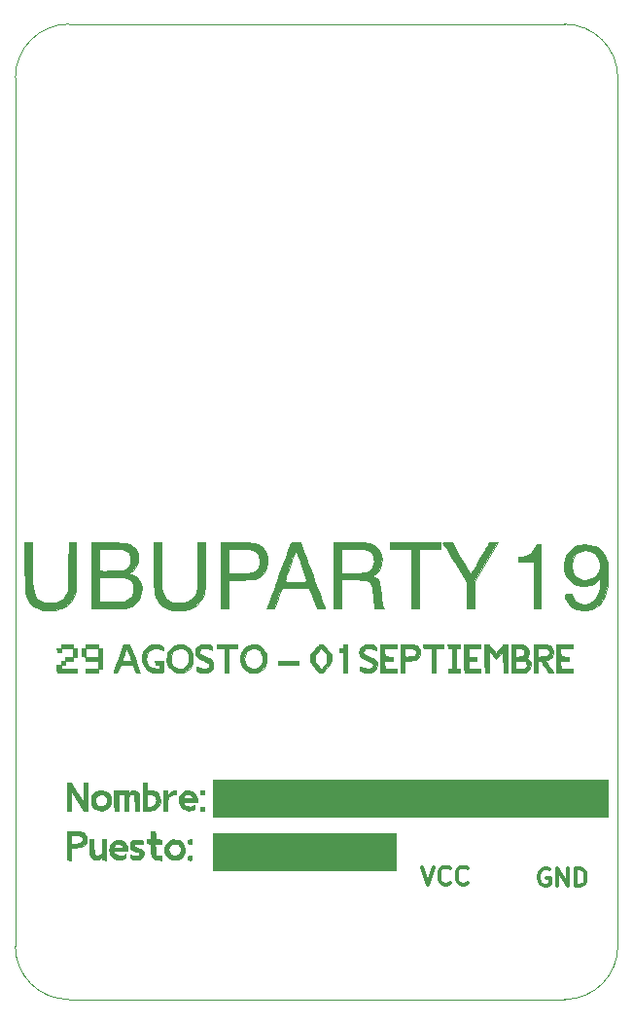
<source format=gto>
%TF.GenerationSoftware,KiCad,Pcbnew,(5.1.2)-2*%
%TF.CreationDate,2019-08-12T12:17:33+02:00*%
%TF.ProjectId,badge,62616467-652e-46b6-9963-61645f706362,1*%
%TF.SameCoordinates,Original*%
%TF.FileFunction,Legend,Top*%
%TF.FilePolarity,Positive*%
%FSLAX46Y46*%
G04 Gerber Fmt 4.6, Leading zero omitted, Abs format (unit mm)*
G04 Created by KiCad (PCBNEW (5.1.2)-2) date 2019-08-12 12:17:33*
%MOMM*%
%LPD*%
G04 APERTURE LIST*
%ADD10C,0.304800*%
%ADD11C,0.038100*%
%ADD12C,0.010000*%
G04 APERTURE END LIST*
D10*
X92229857Y-123507000D02*
X92084714Y-123434428D01*
X91867000Y-123434428D01*
X91649285Y-123507000D01*
X91504142Y-123652142D01*
X91431571Y-123797285D01*
X91359000Y-124087571D01*
X91359000Y-124305285D01*
X91431571Y-124595571D01*
X91504142Y-124740714D01*
X91649285Y-124885857D01*
X91867000Y-124958428D01*
X92012142Y-124958428D01*
X92229857Y-124885857D01*
X92302428Y-124813285D01*
X92302428Y-124305285D01*
X92012142Y-124305285D01*
X92955571Y-124958428D02*
X92955571Y-123434428D01*
X93826428Y-124958428D01*
X93826428Y-123434428D01*
X94552142Y-124958428D02*
X94552142Y-123434428D01*
X94915000Y-123434428D01*
X95132714Y-123507000D01*
X95277857Y-123652142D01*
X95350428Y-123797285D01*
X95423000Y-124087571D01*
X95423000Y-124305285D01*
X95350428Y-124595571D01*
X95277857Y-124740714D01*
X95132714Y-124885857D01*
X94915000Y-124958428D01*
X94552142Y-124958428D01*
X81199000Y-123307428D02*
X81707000Y-124831428D01*
X82215000Y-123307428D01*
X83593857Y-124686285D02*
X83521285Y-124758857D01*
X83303571Y-124831428D01*
X83158428Y-124831428D01*
X82940714Y-124758857D01*
X82795571Y-124613714D01*
X82723000Y-124468571D01*
X82650428Y-124178285D01*
X82650428Y-123960571D01*
X82723000Y-123670285D01*
X82795571Y-123525142D01*
X82940714Y-123380000D01*
X83158428Y-123307428D01*
X83303571Y-123307428D01*
X83521285Y-123380000D01*
X83593857Y-123452571D01*
X85117857Y-124686285D02*
X85045285Y-124758857D01*
X84827571Y-124831428D01*
X84682428Y-124831428D01*
X84464714Y-124758857D01*
X84319571Y-124613714D01*
X84247000Y-124468571D01*
X84174428Y-124178285D01*
X84174428Y-123960571D01*
X84247000Y-123670285D01*
X84319571Y-123525142D01*
X84464714Y-123380000D01*
X84682428Y-123307428D01*
X84827571Y-123307428D01*
X85045285Y-123380000D01*
X85117857Y-123452571D01*
D11*
X45760000Y-54640000D02*
G75*
G02X50400000Y-50000000I4640000J0D01*
G01*
X93570000Y-50000000D02*
G75*
G02X98210000Y-54640000I0J-4640000D01*
G01*
X98220000Y-130190000D02*
G75*
G02X93580000Y-134830000I-4640000J0D01*
G01*
X50390000Y-134830000D02*
G75*
G02X45750000Y-130190000I0J4640000D01*
G01*
X45760000Y-54640000D02*
X45750000Y-130190000D01*
X93570000Y-50000000D02*
X50400000Y-50000000D01*
X98220000Y-130190000D02*
X98210000Y-54640000D01*
X50390000Y-134830000D02*
X93580000Y-134830000D01*
D12*
G36*
X91368066Y-95247868D02*
G01*
X91395351Y-95251297D01*
X91517895Y-95267835D01*
X91517895Y-100827895D01*
X90894943Y-100827895D01*
X90883349Y-98811492D01*
X90871755Y-96795088D01*
X90214474Y-96782757D01*
X89557193Y-96770425D01*
X89557193Y-96339501D01*
X89852674Y-96309228D01*
X90213861Y-96237027D01*
X90519092Y-96102418D01*
X90763363Y-95909289D01*
X90941667Y-95661528D01*
X91044404Y-95383353D01*
X91095198Y-95289094D01*
X91198972Y-95245480D01*
X91368066Y-95247868D01*
X91368066Y-95247868D01*
G37*
X91368066Y-95247868D02*
X91395351Y-95251297D01*
X91517895Y-95267835D01*
X91517895Y-100827895D01*
X90894943Y-100827895D01*
X90883349Y-98811492D01*
X90871755Y-96795088D01*
X90214474Y-96782757D01*
X89557193Y-96770425D01*
X89557193Y-96339501D01*
X89852674Y-96309228D01*
X90213861Y-96237027D01*
X90519092Y-96102418D01*
X90763363Y-95909289D01*
X90941667Y-95661528D01*
X91044404Y-95383353D01*
X91095198Y-95289094D01*
X91198972Y-95245480D01*
X91368066Y-95247868D01*
G36*
X84568662Y-96460565D02*
G01*
X84779357Y-96831604D01*
X84965078Y-97152105D01*
X85122665Y-97416899D01*
X85248959Y-97620813D01*
X85340800Y-97758676D01*
X85395030Y-97825316D01*
X85405800Y-97830828D01*
X85436268Y-97792055D01*
X85504284Y-97686381D01*
X85603626Y-97524542D01*
X85728070Y-97317271D01*
X85871393Y-97075301D01*
X86027373Y-96809367D01*
X86189786Y-96530200D01*
X86352408Y-96248537D01*
X86509018Y-95975109D01*
X86653392Y-95720651D01*
X86779306Y-95495896D01*
X86880539Y-95311579D01*
X86950866Y-95178432D01*
X86982675Y-95111007D01*
X87030165Y-95096578D01*
X87145546Y-95088136D01*
X87307720Y-95086848D01*
X87384829Y-95088726D01*
X87773486Y-95101755D01*
X85726556Y-98488421D01*
X85724912Y-100827895D01*
X85056491Y-100827895D01*
X85056491Y-98498353D01*
X84024698Y-96822335D01*
X83809356Y-96472449D01*
X83608441Y-96145828D01*
X83426772Y-95850319D01*
X83269168Y-95593770D01*
X83140449Y-95384028D01*
X83045433Y-95228940D01*
X82988939Y-95136354D01*
X82974875Y-95112895D01*
X83008038Y-95098501D01*
X83111923Y-95087217D01*
X83268146Y-95080584D01*
X83374015Y-95079474D01*
X83791184Y-95079474D01*
X84568662Y-96460565D01*
X84568662Y-96460565D01*
G37*
X84568662Y-96460565D02*
X84779357Y-96831604D01*
X84965078Y-97152105D01*
X85122665Y-97416899D01*
X85248959Y-97620813D01*
X85340800Y-97758676D01*
X85395030Y-97825316D01*
X85405800Y-97830828D01*
X85436268Y-97792055D01*
X85504284Y-97686381D01*
X85603626Y-97524542D01*
X85728070Y-97317271D01*
X85871393Y-97075301D01*
X86027373Y-96809367D01*
X86189786Y-96530200D01*
X86352408Y-96248537D01*
X86509018Y-95975109D01*
X86653392Y-95720651D01*
X86779306Y-95495896D01*
X86880539Y-95311579D01*
X86950866Y-95178432D01*
X86982675Y-95111007D01*
X87030165Y-95096578D01*
X87145546Y-95088136D01*
X87307720Y-95086848D01*
X87384829Y-95088726D01*
X87773486Y-95101755D01*
X85726556Y-98488421D01*
X85724912Y-100827895D01*
X85056491Y-100827895D01*
X85056491Y-98498353D01*
X84024698Y-96822335D01*
X83809356Y-96472449D01*
X83608441Y-96145828D01*
X83426772Y-95850319D01*
X83269168Y-95593770D01*
X83140449Y-95384028D01*
X83045433Y-95228940D01*
X82988939Y-95136354D01*
X82974875Y-95112895D01*
X83008038Y-95098501D01*
X83111923Y-95087217D01*
X83268146Y-95080584D01*
X83374015Y-95079474D01*
X83791184Y-95079474D01*
X84568662Y-96460565D01*
G36*
X82739298Y-95656964D02*
G01*
X81814649Y-95669009D01*
X80890000Y-95681053D01*
X80878498Y-98254474D01*
X80866995Y-100827895D01*
X80199298Y-100827895D01*
X80199298Y-95658772D01*
X79274649Y-95658866D01*
X78350000Y-95658959D01*
X78364943Y-95369217D01*
X78379885Y-95079474D01*
X82739298Y-95079474D01*
X82739298Y-95656964D01*
X82739298Y-95656964D01*
G37*
X82739298Y-95656964D02*
X81814649Y-95669009D01*
X80890000Y-95681053D01*
X80878498Y-98254474D01*
X80866995Y-100827895D01*
X80199298Y-100827895D01*
X80199298Y-95658772D01*
X79274649Y-95658866D01*
X78350000Y-95658959D01*
X78364943Y-95369217D01*
X78379885Y-95079474D01*
X82739298Y-95079474D01*
X82739298Y-95656964D01*
G36*
X75233977Y-95081121D02*
G01*
X75592795Y-95085833D01*
X75908592Y-95093265D01*
X76169760Y-95103072D01*
X76364692Y-95114911D01*
X76479586Y-95128022D01*
X76838053Y-95230137D01*
X77130781Y-95392108D01*
X77358230Y-95614489D01*
X77520862Y-95897834D01*
X77619137Y-96242696D01*
X77650534Y-96534247D01*
X77637369Y-96920932D01*
X77558164Y-97249130D01*
X77411624Y-97521599D01*
X77196455Y-97741096D01*
X77033450Y-97848753D01*
X76927792Y-97915514D01*
X76864869Y-97969520D01*
X76857193Y-97984532D01*
X76894648Y-98021960D01*
X76988822Y-98072627D01*
X77035605Y-98092635D01*
X77167415Y-98155486D01*
X77273172Y-98234220D01*
X77356720Y-98339498D01*
X77421905Y-98481984D01*
X77472570Y-98672338D01*
X77512561Y-98921225D01*
X77545722Y-99239306D01*
X77571977Y-99580176D01*
X77596855Y-99907234D01*
X77621932Y-100158954D01*
X77649937Y-100349087D01*
X77683600Y-100491383D01*
X77725650Y-100599590D01*
X77778816Y-100687459D01*
X77796368Y-100710674D01*
X77888574Y-100827895D01*
X77041757Y-100827895D01*
X76994982Y-100593948D01*
X76974756Y-100463774D01*
X76951572Y-100268225D01*
X76927917Y-100030878D01*
X76906276Y-99775315D01*
X76900420Y-99696846D01*
X76867623Y-99324315D01*
X76825941Y-99030447D01*
X76770650Y-98804884D01*
X76697024Y-98637263D01*
X76600341Y-98517224D01*
X76475875Y-98434407D01*
X76318904Y-98378449D01*
X76296727Y-98372818D01*
X76192092Y-98356982D01*
X76019169Y-98341581D01*
X75795313Y-98327196D01*
X75537880Y-98314409D01*
X75264226Y-98303801D01*
X74991707Y-98295953D01*
X74737679Y-98291447D01*
X74519499Y-98290865D01*
X74354523Y-98294787D01*
X74260106Y-98303794D01*
X74257110Y-98304498D01*
X74138947Y-98334155D01*
X74138947Y-100827895D01*
X73470526Y-100827895D01*
X73470526Y-97760356D01*
X74137317Y-97760356D01*
X75174185Y-97745546D01*
X75510507Y-97740119D01*
X75770630Y-97733911D01*
X75967475Y-97725798D01*
X76113965Y-97714657D01*
X76223023Y-97699363D01*
X76307571Y-97678795D01*
X76380531Y-97651827D01*
X76411579Y-97637976D01*
X76652180Y-97480572D01*
X76830492Y-97264367D01*
X76942181Y-96998266D01*
X76982916Y-96691175D01*
X76971141Y-96488089D01*
X76926172Y-96266596D01*
X76847032Y-96083019D01*
X76726897Y-95934575D01*
X76558941Y-95818482D01*
X76336341Y-95731959D01*
X76052273Y-95672222D01*
X75699910Y-95636491D01*
X75272430Y-95621981D01*
X74851930Y-95624130D01*
X74161228Y-95636492D01*
X74149273Y-96698424D01*
X74137317Y-97760356D01*
X73470526Y-97760356D01*
X73470526Y-95079474D01*
X74843746Y-95079474D01*
X75233977Y-95081121D01*
X75233977Y-95081121D01*
G37*
X75233977Y-95081121D02*
X75592795Y-95085833D01*
X75908592Y-95093265D01*
X76169760Y-95103072D01*
X76364692Y-95114911D01*
X76479586Y-95128022D01*
X76838053Y-95230137D01*
X77130781Y-95392108D01*
X77358230Y-95614489D01*
X77520862Y-95897834D01*
X77619137Y-96242696D01*
X77650534Y-96534247D01*
X77637369Y-96920932D01*
X77558164Y-97249130D01*
X77411624Y-97521599D01*
X77196455Y-97741096D01*
X77033450Y-97848753D01*
X76927792Y-97915514D01*
X76864869Y-97969520D01*
X76857193Y-97984532D01*
X76894648Y-98021960D01*
X76988822Y-98072627D01*
X77035605Y-98092635D01*
X77167415Y-98155486D01*
X77273172Y-98234220D01*
X77356720Y-98339498D01*
X77421905Y-98481984D01*
X77472570Y-98672338D01*
X77512561Y-98921225D01*
X77545722Y-99239306D01*
X77571977Y-99580176D01*
X77596855Y-99907234D01*
X77621932Y-100158954D01*
X77649937Y-100349087D01*
X77683600Y-100491383D01*
X77725650Y-100599590D01*
X77778816Y-100687459D01*
X77796368Y-100710674D01*
X77888574Y-100827895D01*
X77041757Y-100827895D01*
X76994982Y-100593948D01*
X76974756Y-100463774D01*
X76951572Y-100268225D01*
X76927917Y-100030878D01*
X76906276Y-99775315D01*
X76900420Y-99696846D01*
X76867623Y-99324315D01*
X76825941Y-99030447D01*
X76770650Y-98804884D01*
X76697024Y-98637263D01*
X76600341Y-98517224D01*
X76475875Y-98434407D01*
X76318904Y-98378449D01*
X76296727Y-98372818D01*
X76192092Y-98356982D01*
X76019169Y-98341581D01*
X75795313Y-98327196D01*
X75537880Y-98314409D01*
X75264226Y-98303801D01*
X74991707Y-98295953D01*
X74737679Y-98291447D01*
X74519499Y-98290865D01*
X74354523Y-98294787D01*
X74260106Y-98303794D01*
X74257110Y-98304498D01*
X74138947Y-98334155D01*
X74138947Y-100827895D01*
X73470526Y-100827895D01*
X73470526Y-97760356D01*
X74137317Y-97760356D01*
X75174185Y-97745546D01*
X75510507Y-97740119D01*
X75770630Y-97733911D01*
X75967475Y-97725798D01*
X76113965Y-97714657D01*
X76223023Y-97699363D01*
X76307571Y-97678795D01*
X76380531Y-97651827D01*
X76411579Y-97637976D01*
X76652180Y-97480572D01*
X76830492Y-97264367D01*
X76942181Y-96998266D01*
X76982916Y-96691175D01*
X76971141Y-96488089D01*
X76926172Y-96266596D01*
X76847032Y-96083019D01*
X76726897Y-95934575D01*
X76558941Y-95818482D01*
X76336341Y-95731959D01*
X76052273Y-95672222D01*
X75699910Y-95636491D01*
X75272430Y-95621981D01*
X74851930Y-95624130D01*
X74161228Y-95636492D01*
X74149273Y-96698424D01*
X74137317Y-97760356D01*
X73470526Y-97760356D01*
X73470526Y-95079474D01*
X74843746Y-95079474D01*
X75233977Y-95081121D01*
G36*
X70664220Y-95335702D02*
G01*
X70695056Y-95417987D01*
X70753543Y-95574523D01*
X70836229Y-95796044D01*
X70939659Y-96073282D01*
X71060380Y-96396971D01*
X71194937Y-96757844D01*
X71339877Y-97146633D01*
X71491746Y-97554071D01*
X71647091Y-97970893D01*
X71802458Y-98387830D01*
X71954392Y-98795616D01*
X72099440Y-99184984D01*
X72234148Y-99546667D01*
X72355063Y-99871398D01*
X72458731Y-100149910D01*
X72541698Y-100372936D01*
X72583105Y-100484339D01*
X72712064Y-100831485D01*
X72345127Y-100818550D01*
X71978189Y-100805614D01*
X71681757Y-99964416D01*
X71588192Y-99705297D01*
X71500639Y-99474677D01*
X71424545Y-99285983D01*
X71365357Y-99152642D01*
X71328522Y-99088083D01*
X71325031Y-99085011D01*
X71266346Y-99075097D01*
X71133439Y-99066470D01*
X70941204Y-99059224D01*
X70704532Y-99053454D01*
X70438317Y-99049254D01*
X70157452Y-99046719D01*
X69876831Y-99045944D01*
X69611345Y-99047024D01*
X69375888Y-99050052D01*
X69185353Y-99055124D01*
X69054632Y-99062334D01*
X69001594Y-99070245D01*
X68967355Y-99118499D01*
X68909956Y-99238980D01*
X68834499Y-99419388D01*
X68746085Y-99647428D01*
X68649815Y-99910800D01*
X68631883Y-99961473D01*
X68326814Y-100827895D01*
X67635188Y-100827895D01*
X67682675Y-100705351D01*
X67706485Y-100642225D01*
X67758454Y-100503270D01*
X67835707Y-100296204D01*
X67935372Y-100028743D01*
X68054574Y-99708605D01*
X68190441Y-99343507D01*
X68340099Y-98941166D01*
X68500674Y-98509298D01*
X68521771Y-98452535D01*
X69192632Y-98452535D01*
X69210120Y-98472469D01*
X69268817Y-98487548D01*
X69378066Y-98498340D01*
X69547216Y-98505415D01*
X69785610Y-98509341D01*
X70102596Y-98510687D01*
X70148072Y-98510702D01*
X70430735Y-98509085D01*
X70682300Y-98504564D01*
X70889478Y-98497629D01*
X71038982Y-98488774D01*
X71117520Y-98478492D01*
X71125907Y-98474467D01*
X71119319Y-98421541D01*
X71085505Y-98298458D01*
X71028889Y-98117505D01*
X70953891Y-97890971D01*
X70864934Y-97631146D01*
X70766440Y-97350317D01*
X70662830Y-97060775D01*
X70558526Y-96774806D01*
X70457951Y-96504701D01*
X70365525Y-96262748D01*
X70285672Y-96061236D01*
X70222813Y-95912453D01*
X70181369Y-95828688D01*
X70168847Y-95814737D01*
X70143256Y-95854763D01*
X70092809Y-95966671D01*
X70022040Y-96138206D01*
X69935485Y-96357112D01*
X69837680Y-96611136D01*
X69733160Y-96888022D01*
X69626460Y-97175516D01*
X69522116Y-97461363D01*
X69424663Y-97733307D01*
X69338636Y-97979093D01*
X69268570Y-98186468D01*
X69219002Y-98343176D01*
X69194466Y-98436962D01*
X69192632Y-98452535D01*
X68521771Y-98452535D01*
X68657496Y-98087369D01*
X68827471Y-97630038D01*
X68990626Y-97191187D01*
X69143888Y-96779076D01*
X69284183Y-96401965D01*
X69408436Y-96068113D01*
X69513573Y-95785780D01*
X69596521Y-95563226D01*
X69654206Y-95408710D01*
X69681581Y-95335702D01*
X69778333Y-95079474D01*
X70567632Y-95079474D01*
X70664220Y-95335702D01*
X70664220Y-95335702D01*
G37*
X70664220Y-95335702D02*
X70695056Y-95417987D01*
X70753543Y-95574523D01*
X70836229Y-95796044D01*
X70939659Y-96073282D01*
X71060380Y-96396971D01*
X71194937Y-96757844D01*
X71339877Y-97146633D01*
X71491746Y-97554071D01*
X71647091Y-97970893D01*
X71802458Y-98387830D01*
X71954392Y-98795616D01*
X72099440Y-99184984D01*
X72234148Y-99546667D01*
X72355063Y-99871398D01*
X72458731Y-100149910D01*
X72541698Y-100372936D01*
X72583105Y-100484339D01*
X72712064Y-100831485D01*
X72345127Y-100818550D01*
X71978189Y-100805614D01*
X71681757Y-99964416D01*
X71588192Y-99705297D01*
X71500639Y-99474677D01*
X71424545Y-99285983D01*
X71365357Y-99152642D01*
X71328522Y-99088083D01*
X71325031Y-99085011D01*
X71266346Y-99075097D01*
X71133439Y-99066470D01*
X70941204Y-99059224D01*
X70704532Y-99053454D01*
X70438317Y-99049254D01*
X70157452Y-99046719D01*
X69876831Y-99045944D01*
X69611345Y-99047024D01*
X69375888Y-99050052D01*
X69185353Y-99055124D01*
X69054632Y-99062334D01*
X69001594Y-99070245D01*
X68967355Y-99118499D01*
X68909956Y-99238980D01*
X68834499Y-99419388D01*
X68746085Y-99647428D01*
X68649815Y-99910800D01*
X68631883Y-99961473D01*
X68326814Y-100827895D01*
X67635188Y-100827895D01*
X67682675Y-100705351D01*
X67706485Y-100642225D01*
X67758454Y-100503270D01*
X67835707Y-100296204D01*
X67935372Y-100028743D01*
X68054574Y-99708605D01*
X68190441Y-99343507D01*
X68340099Y-98941166D01*
X68500674Y-98509298D01*
X68521771Y-98452535D01*
X69192632Y-98452535D01*
X69210120Y-98472469D01*
X69268817Y-98487548D01*
X69378066Y-98498340D01*
X69547216Y-98505415D01*
X69785610Y-98509341D01*
X70102596Y-98510687D01*
X70148072Y-98510702D01*
X70430735Y-98509085D01*
X70682300Y-98504564D01*
X70889478Y-98497629D01*
X71038982Y-98488774D01*
X71117520Y-98478492D01*
X71125907Y-98474467D01*
X71119319Y-98421541D01*
X71085505Y-98298458D01*
X71028889Y-98117505D01*
X70953891Y-97890971D01*
X70864934Y-97631146D01*
X70766440Y-97350317D01*
X70662830Y-97060775D01*
X70558526Y-96774806D01*
X70457951Y-96504701D01*
X70365525Y-96262748D01*
X70285672Y-96061236D01*
X70222813Y-95912453D01*
X70181369Y-95828688D01*
X70168847Y-95814737D01*
X70143256Y-95854763D01*
X70092809Y-95966671D01*
X70022040Y-96138206D01*
X69935485Y-96357112D01*
X69837680Y-96611136D01*
X69733160Y-96888022D01*
X69626460Y-97175516D01*
X69522116Y-97461363D01*
X69424663Y-97733307D01*
X69338636Y-97979093D01*
X69268570Y-98186468D01*
X69219002Y-98343176D01*
X69194466Y-98436962D01*
X69192632Y-98452535D01*
X68521771Y-98452535D01*
X68657496Y-98087369D01*
X68827471Y-97630038D01*
X68990626Y-97191187D01*
X69143888Y-96779076D01*
X69284183Y-96401965D01*
X69408436Y-96068113D01*
X69513573Y-95785780D01*
X69596521Y-95563226D01*
X69654206Y-95408710D01*
X69681581Y-95335702D01*
X69778333Y-95079474D01*
X70567632Y-95079474D01*
X70664220Y-95335702D01*
G36*
X64970439Y-95080170D02*
G01*
X65409814Y-95081572D01*
X65770867Y-95086109D01*
X66064374Y-95095024D01*
X66301116Y-95109560D01*
X66491872Y-95130959D01*
X66647420Y-95160466D01*
X66778540Y-95199323D01*
X66896011Y-95248774D01*
X67010611Y-95310060D01*
X67022137Y-95316775D01*
X67275860Y-95509787D01*
X67467832Y-95757915D01*
X67601737Y-96067315D01*
X67676792Y-96411258D01*
X67696756Y-96813607D01*
X67642336Y-97186883D01*
X67518101Y-97522653D01*
X67328618Y-97812482D01*
X67078454Y-98047937D01*
X66772177Y-98220585D01*
X66677516Y-98256343D01*
X66596041Y-98270227D01*
X66439408Y-98284590D01*
X66221571Y-98298622D01*
X65956484Y-98311517D01*
X65658101Y-98322465D01*
X65427193Y-98328766D01*
X64313158Y-98354737D01*
X64301313Y-99591316D01*
X64289467Y-100827895D01*
X63622456Y-100827895D01*
X63622456Y-97753158D01*
X64289235Y-97753158D01*
X65217758Y-97753158D01*
X65571214Y-97751283D01*
X65848014Y-97745173D01*
X66060554Y-97734100D01*
X66221231Y-97717335D01*
X66342443Y-97694152D01*
X66375062Y-97685217D01*
X66625268Y-97581306D01*
X66808561Y-97433837D01*
X66929465Y-97235149D01*
X66992506Y-96977579D01*
X67002209Y-96653467D01*
X67000879Y-96625614D01*
X66971752Y-96350545D01*
X66910600Y-96144065D01*
X66807116Y-95988325D01*
X66650995Y-95865478D01*
X66522894Y-95797838D01*
X66439050Y-95759728D01*
X66362626Y-95730964D01*
X66279784Y-95710233D01*
X66176686Y-95696220D01*
X66039493Y-95687610D01*
X65854368Y-95683088D01*
X65607471Y-95681341D01*
X65293509Y-95681053D01*
X64313158Y-95681053D01*
X64301196Y-96717106D01*
X64289235Y-97753158D01*
X63622456Y-97753158D01*
X63622456Y-95079474D01*
X64970439Y-95080170D01*
X64970439Y-95080170D01*
G37*
X64970439Y-95080170D02*
X65409814Y-95081572D01*
X65770867Y-95086109D01*
X66064374Y-95095024D01*
X66301116Y-95109560D01*
X66491872Y-95130959D01*
X66647420Y-95160466D01*
X66778540Y-95199323D01*
X66896011Y-95248774D01*
X67010611Y-95310060D01*
X67022137Y-95316775D01*
X67275860Y-95509787D01*
X67467832Y-95757915D01*
X67601737Y-96067315D01*
X67676792Y-96411258D01*
X67696756Y-96813607D01*
X67642336Y-97186883D01*
X67518101Y-97522653D01*
X67328618Y-97812482D01*
X67078454Y-98047937D01*
X66772177Y-98220585D01*
X66677516Y-98256343D01*
X66596041Y-98270227D01*
X66439408Y-98284590D01*
X66221571Y-98298622D01*
X65956484Y-98311517D01*
X65658101Y-98322465D01*
X65427193Y-98328766D01*
X64313158Y-98354737D01*
X64301313Y-99591316D01*
X64289467Y-100827895D01*
X63622456Y-100827895D01*
X63622456Y-97753158D01*
X64289235Y-97753158D01*
X65217758Y-97753158D01*
X65571214Y-97751283D01*
X65848014Y-97745173D01*
X66060554Y-97734100D01*
X66221231Y-97717335D01*
X66342443Y-97694152D01*
X66375062Y-97685217D01*
X66625268Y-97581306D01*
X66808561Y-97433837D01*
X66929465Y-97235149D01*
X66992506Y-96977579D01*
X67002209Y-96653467D01*
X67000879Y-96625614D01*
X66971752Y-96350545D01*
X66910600Y-96144065D01*
X66807116Y-95988325D01*
X66650995Y-95865478D01*
X66522894Y-95797838D01*
X66439050Y-95759728D01*
X66362626Y-95730964D01*
X66279784Y-95710233D01*
X66176686Y-95696220D01*
X66039493Y-95687610D01*
X65854368Y-95683088D01*
X65607471Y-95681341D01*
X65293509Y-95681053D01*
X64313158Y-95681053D01*
X64301196Y-96717106D01*
X64289235Y-97753158D01*
X63622456Y-97753158D01*
X63622456Y-95079474D01*
X64970439Y-95080170D01*
G36*
X53874649Y-95089913D02*
G01*
X54306796Y-95095350D01*
X54660555Y-95101851D01*
X54946662Y-95110892D01*
X55175851Y-95123951D01*
X55358858Y-95142506D01*
X55506415Y-95168032D01*
X55629259Y-95202007D01*
X55738124Y-95245908D01*
X55843745Y-95301212D01*
X55956856Y-95369397D01*
X55971263Y-95378403D01*
X56167100Y-95550846D01*
X56319529Y-95786394D01*
X56421962Y-96066987D01*
X56467812Y-96374570D01*
X56450492Y-96691085D01*
X56450376Y-96691796D01*
X56360777Y-97012160D01*
X56204294Y-97274497D01*
X55978180Y-97482658D01*
X55819062Y-97577539D01*
X55693504Y-97659697D01*
X55652780Y-97731962D01*
X55697409Y-97789844D01*
X55790790Y-97821898D01*
X56075698Y-97927077D01*
X56327136Y-98104790D01*
X56529715Y-98340300D01*
X56668045Y-98618871D01*
X56687122Y-98680148D01*
X56750064Y-99051657D01*
X56733978Y-99415529D01*
X56644017Y-99759601D01*
X56485335Y-100071713D01*
X56263086Y-100339703D01*
X55982424Y-100551410D01*
X55868772Y-100611177D01*
X55739471Y-100668720D01*
X55613097Y-100715190D01*
X55478431Y-100751748D01*
X55324256Y-100779552D01*
X55139351Y-100799762D01*
X54912499Y-100813539D01*
X54632480Y-100822041D01*
X54288076Y-100826428D01*
X53868067Y-100827861D01*
X53772193Y-100827895D01*
X52392983Y-100827895D01*
X52392983Y-100248597D01*
X53059819Y-100248597D01*
X54038769Y-100248597D01*
X54341814Y-100246372D01*
X54628368Y-100240154D01*
X54881520Y-100230624D01*
X55084358Y-100218464D01*
X55219972Y-100204359D01*
X55244635Y-100199932D01*
X55528485Y-100097862D01*
X55756602Y-99929351D01*
X55923487Y-99701574D01*
X56023645Y-99421706D01*
X56052216Y-99145966D01*
X56034775Y-98873744D01*
X55975012Y-98662055D01*
X55864704Y-98489091D01*
X55768073Y-98392394D01*
X55655900Y-98302228D01*
X55540363Y-98231464D01*
X55409131Y-98177835D01*
X55249870Y-98139074D01*
X55050248Y-98112914D01*
X54797932Y-98097089D01*
X54480589Y-98089331D01*
X54108597Y-98087369D01*
X53083684Y-98087369D01*
X53071752Y-99167983D01*
X53059819Y-100248597D01*
X52392983Y-100248597D01*
X52392983Y-97130526D01*
X53067280Y-97130526D01*
X53069789Y-97300541D01*
X53076481Y-97415535D01*
X53088140Y-97486866D01*
X53105551Y-97525896D01*
X53129501Y-97543985D01*
X53138510Y-97547158D01*
X53220327Y-97556687D01*
X53373814Y-97561466D01*
X53581675Y-97562014D01*
X53826612Y-97558845D01*
X54091330Y-97552477D01*
X54358530Y-97543426D01*
X54610917Y-97532208D01*
X54831192Y-97519341D01*
X55002061Y-97505340D01*
X55106225Y-97490722D01*
X55116470Y-97488091D01*
X55330935Y-97395555D01*
X55527599Y-97259935D01*
X55652585Y-97129299D01*
X55741322Y-96946168D01*
X55788038Y-96716157D01*
X55792590Y-96469346D01*
X55754839Y-96235816D01*
X55674643Y-96045647D01*
X55657777Y-96021138D01*
X55553443Y-95899476D01*
X55433667Y-95803662D01*
X55287377Y-95731123D01*
X55103505Y-95679282D01*
X54870979Y-95645567D01*
X54578730Y-95627401D01*
X54215687Y-95622209D01*
X53951899Y-95624353D01*
X53083684Y-95636492D01*
X53071668Y-96579985D01*
X53068168Y-96894127D01*
X53067280Y-97130526D01*
X52392983Y-97130526D01*
X52392983Y-95073075D01*
X53874649Y-95089913D01*
X53874649Y-95089913D01*
G37*
X53874649Y-95089913D02*
X54306796Y-95095350D01*
X54660555Y-95101851D01*
X54946662Y-95110892D01*
X55175851Y-95123951D01*
X55358858Y-95142506D01*
X55506415Y-95168032D01*
X55629259Y-95202007D01*
X55738124Y-95245908D01*
X55843745Y-95301212D01*
X55956856Y-95369397D01*
X55971263Y-95378403D01*
X56167100Y-95550846D01*
X56319529Y-95786394D01*
X56421962Y-96066987D01*
X56467812Y-96374570D01*
X56450492Y-96691085D01*
X56450376Y-96691796D01*
X56360777Y-97012160D01*
X56204294Y-97274497D01*
X55978180Y-97482658D01*
X55819062Y-97577539D01*
X55693504Y-97659697D01*
X55652780Y-97731962D01*
X55697409Y-97789844D01*
X55790790Y-97821898D01*
X56075698Y-97927077D01*
X56327136Y-98104790D01*
X56529715Y-98340300D01*
X56668045Y-98618871D01*
X56687122Y-98680148D01*
X56750064Y-99051657D01*
X56733978Y-99415529D01*
X56644017Y-99759601D01*
X56485335Y-100071713D01*
X56263086Y-100339703D01*
X55982424Y-100551410D01*
X55868772Y-100611177D01*
X55739471Y-100668720D01*
X55613097Y-100715190D01*
X55478431Y-100751748D01*
X55324256Y-100779552D01*
X55139351Y-100799762D01*
X54912499Y-100813539D01*
X54632480Y-100822041D01*
X54288076Y-100826428D01*
X53868067Y-100827861D01*
X53772193Y-100827895D01*
X52392983Y-100827895D01*
X52392983Y-100248597D01*
X53059819Y-100248597D01*
X54038769Y-100248597D01*
X54341814Y-100246372D01*
X54628368Y-100240154D01*
X54881520Y-100230624D01*
X55084358Y-100218464D01*
X55219972Y-100204359D01*
X55244635Y-100199932D01*
X55528485Y-100097862D01*
X55756602Y-99929351D01*
X55923487Y-99701574D01*
X56023645Y-99421706D01*
X56052216Y-99145966D01*
X56034775Y-98873744D01*
X55975012Y-98662055D01*
X55864704Y-98489091D01*
X55768073Y-98392394D01*
X55655900Y-98302228D01*
X55540363Y-98231464D01*
X55409131Y-98177835D01*
X55249870Y-98139074D01*
X55050248Y-98112914D01*
X54797932Y-98097089D01*
X54480589Y-98089331D01*
X54108597Y-98087369D01*
X53083684Y-98087369D01*
X53071752Y-99167983D01*
X53059819Y-100248597D01*
X52392983Y-100248597D01*
X52392983Y-97130526D01*
X53067280Y-97130526D01*
X53069789Y-97300541D01*
X53076481Y-97415535D01*
X53088140Y-97486866D01*
X53105551Y-97525896D01*
X53129501Y-97543985D01*
X53138510Y-97547158D01*
X53220327Y-97556687D01*
X53373814Y-97561466D01*
X53581675Y-97562014D01*
X53826612Y-97558845D01*
X54091330Y-97552477D01*
X54358530Y-97543426D01*
X54610917Y-97532208D01*
X54831192Y-97519341D01*
X55002061Y-97505340D01*
X55106225Y-97490722D01*
X55116470Y-97488091D01*
X55330935Y-97395555D01*
X55527599Y-97259935D01*
X55652585Y-97129299D01*
X55741322Y-96946168D01*
X55788038Y-96716157D01*
X55792590Y-96469346D01*
X55754839Y-96235816D01*
X55674643Y-96045647D01*
X55657777Y-96021138D01*
X55553443Y-95899476D01*
X55433667Y-95803662D01*
X55287377Y-95731123D01*
X55103505Y-95679282D01*
X54870979Y-95645567D01*
X54578730Y-95627401D01*
X54215687Y-95622209D01*
X53951899Y-95624353D01*
X53083684Y-95636492D01*
X53071668Y-96579985D01*
X53068168Y-96894127D01*
X53067280Y-97130526D01*
X52392983Y-97130526D01*
X52392983Y-95073075D01*
X53874649Y-95089913D01*
G36*
X95730726Y-95281790D02*
G01*
X96118769Y-95368150D01*
X96454445Y-95525541D01*
X96739370Y-95755229D01*
X96975158Y-96058486D01*
X97163426Y-96436578D01*
X97292995Y-96839650D01*
X97326808Y-97028536D01*
X97351858Y-97283978D01*
X97367884Y-97583818D01*
X97374630Y-97905894D01*
X97371835Y-98228049D01*
X97359243Y-98528121D01*
X97336593Y-98783952D01*
X97317173Y-98911755D01*
X97204188Y-99372210D01*
X97050960Y-99788390D01*
X96863313Y-100148148D01*
X96647075Y-100439337D01*
X96527947Y-100557276D01*
X96221273Y-100768983D01*
X95867372Y-100913688D01*
X95481266Y-100988172D01*
X95077978Y-100989212D01*
X94759353Y-100936532D01*
X94511591Y-100863587D01*
X94312347Y-100768979D01*
X94123611Y-100632084D01*
X94007744Y-100528705D01*
X93838682Y-100330413D01*
X93707451Y-100098045D01*
X93628587Y-99861468D01*
X93612281Y-99716146D01*
X93616712Y-99645467D01*
X93643861Y-99605670D01*
X93714513Y-99585812D01*
X93849454Y-99574949D01*
X93884158Y-99572994D01*
X94033234Y-99568402D01*
X94145128Y-99571764D01*
X94189660Y-99580176D01*
X94218647Y-99634680D01*
X94248458Y-99741984D01*
X94254763Y-99773562D01*
X94337220Y-99987918D01*
X94491393Y-100173148D01*
X94702162Y-100320169D01*
X94954403Y-100419899D01*
X95232993Y-100463255D01*
X95396591Y-100459370D01*
X95718470Y-100389685D01*
X95995271Y-100243217D01*
X96226817Y-100020168D01*
X96412929Y-99720742D01*
X96553430Y-99345140D01*
X96619111Y-99066023D01*
X96655422Y-98843743D01*
X96677874Y-98637871D01*
X96685797Y-98465456D01*
X96678521Y-98343547D01*
X96655375Y-98289191D01*
X96649709Y-98287895D01*
X96599864Y-98316414D01*
X96508554Y-98390402D01*
X96418472Y-98472376D01*
X96128281Y-98688762D01*
X95795570Y-98827864D01*
X95423927Y-98888664D01*
X95016941Y-98870148D01*
X95014794Y-98869851D01*
X94625533Y-98776075D01*
X94290423Y-98612392D01*
X94012617Y-98381986D01*
X93795269Y-98088038D01*
X93641533Y-97733733D01*
X93566283Y-97407807D01*
X93540700Y-96988815D01*
X93548041Y-96934327D01*
X94206541Y-96934327D01*
X94211456Y-97255225D01*
X94278271Y-97566412D01*
X94408521Y-97848081D01*
X94412933Y-97855093D01*
X94600734Y-98071954D01*
X94842502Y-98228862D01*
X95122967Y-98321985D01*
X95426862Y-98347492D01*
X95738921Y-98301552D01*
X95929474Y-98235648D01*
X96195279Y-98076229D01*
X96402237Y-97857196D01*
X96546175Y-97589317D01*
X96622917Y-97283363D01*
X96628289Y-96950101D01*
X96560437Y-96607883D01*
X96428819Y-96300968D01*
X96241733Y-96063789D01*
X95999454Y-95896542D01*
X95702256Y-95799426D01*
X95394737Y-95772131D01*
X95104647Y-95795808D01*
X94865416Y-95873809D01*
X94650142Y-96016913D01*
X94547876Y-96111436D01*
X94376284Y-96342626D01*
X94261995Y-96623525D01*
X94206541Y-96934327D01*
X93548041Y-96934327D01*
X93593797Y-96594728D01*
X93721385Y-96234038D01*
X93919272Y-95915237D01*
X94183268Y-95646816D01*
X94509183Y-95437268D01*
X94547943Y-95418501D01*
X94700564Y-95352279D01*
X94837914Y-95309598D01*
X94990703Y-95284102D01*
X95189637Y-95269436D01*
X95288700Y-95265190D01*
X95730726Y-95281790D01*
X95730726Y-95281790D01*
G37*
X95730726Y-95281790D02*
X96118769Y-95368150D01*
X96454445Y-95525541D01*
X96739370Y-95755229D01*
X96975158Y-96058486D01*
X97163426Y-96436578D01*
X97292995Y-96839650D01*
X97326808Y-97028536D01*
X97351858Y-97283978D01*
X97367884Y-97583818D01*
X97374630Y-97905894D01*
X97371835Y-98228049D01*
X97359243Y-98528121D01*
X97336593Y-98783952D01*
X97317173Y-98911755D01*
X97204188Y-99372210D01*
X97050960Y-99788390D01*
X96863313Y-100148148D01*
X96647075Y-100439337D01*
X96527947Y-100557276D01*
X96221273Y-100768983D01*
X95867372Y-100913688D01*
X95481266Y-100988172D01*
X95077978Y-100989212D01*
X94759353Y-100936532D01*
X94511591Y-100863587D01*
X94312347Y-100768979D01*
X94123611Y-100632084D01*
X94007744Y-100528705D01*
X93838682Y-100330413D01*
X93707451Y-100098045D01*
X93628587Y-99861468D01*
X93612281Y-99716146D01*
X93616712Y-99645467D01*
X93643861Y-99605670D01*
X93714513Y-99585812D01*
X93849454Y-99574949D01*
X93884158Y-99572994D01*
X94033234Y-99568402D01*
X94145128Y-99571764D01*
X94189660Y-99580176D01*
X94218647Y-99634680D01*
X94248458Y-99741984D01*
X94254763Y-99773562D01*
X94337220Y-99987918D01*
X94491393Y-100173148D01*
X94702162Y-100320169D01*
X94954403Y-100419899D01*
X95232993Y-100463255D01*
X95396591Y-100459370D01*
X95718470Y-100389685D01*
X95995271Y-100243217D01*
X96226817Y-100020168D01*
X96412929Y-99720742D01*
X96553430Y-99345140D01*
X96619111Y-99066023D01*
X96655422Y-98843743D01*
X96677874Y-98637871D01*
X96685797Y-98465456D01*
X96678521Y-98343547D01*
X96655375Y-98289191D01*
X96649709Y-98287895D01*
X96599864Y-98316414D01*
X96508554Y-98390402D01*
X96418472Y-98472376D01*
X96128281Y-98688762D01*
X95795570Y-98827864D01*
X95423927Y-98888664D01*
X95016941Y-98870148D01*
X95014794Y-98869851D01*
X94625533Y-98776075D01*
X94290423Y-98612392D01*
X94012617Y-98381986D01*
X93795269Y-98088038D01*
X93641533Y-97733733D01*
X93566283Y-97407807D01*
X93540700Y-96988815D01*
X93548041Y-96934327D01*
X94206541Y-96934327D01*
X94211456Y-97255225D01*
X94278271Y-97566412D01*
X94408521Y-97848081D01*
X94412933Y-97855093D01*
X94600734Y-98071954D01*
X94842502Y-98228862D01*
X95122967Y-98321985D01*
X95426862Y-98347492D01*
X95738921Y-98301552D01*
X95929474Y-98235648D01*
X96195279Y-98076229D01*
X96402237Y-97857196D01*
X96546175Y-97589317D01*
X96622917Y-97283363D01*
X96628289Y-96950101D01*
X96560437Y-96607883D01*
X96428819Y-96300968D01*
X96241733Y-96063789D01*
X95999454Y-95896542D01*
X95702256Y-95799426D01*
X95394737Y-95772131D01*
X95104647Y-95795808D01*
X94865416Y-95873809D01*
X94650142Y-96016913D01*
X94547876Y-96111436D01*
X94376284Y-96342626D01*
X94261995Y-96623525D01*
X94206541Y-96934327D01*
X93548041Y-96934327D01*
X93593797Y-96594728D01*
X93721385Y-96234038D01*
X93919272Y-95915237D01*
X94183268Y-95646816D01*
X94509183Y-95437268D01*
X94547943Y-95418501D01*
X94700564Y-95352279D01*
X94837914Y-95309598D01*
X94990703Y-95284102D01*
X95189637Y-95269436D01*
X95288700Y-95265190D01*
X95730726Y-95281790D01*
G36*
X58453333Y-96851959D02*
G01*
X58454499Y-97258371D01*
X58457818Y-97651583D01*
X58463030Y-98019255D01*
X58469871Y-98349048D01*
X58478078Y-98628620D01*
X58487388Y-98845632D01*
X58497539Y-98987744D01*
X58499143Y-99002047D01*
X58576264Y-99393047D01*
X58705860Y-99713042D01*
X58890812Y-99964545D01*
X59134004Y-100150069D01*
X59438315Y-100272127D01*
X59806629Y-100333232D01*
X60035263Y-100341771D01*
X60434309Y-100314478D01*
X60768006Y-100230085D01*
X61042412Y-100084824D01*
X61263586Y-99874923D01*
X61437584Y-99596614D01*
X61511661Y-99422993D01*
X61531289Y-99364664D01*
X61547704Y-99298123D01*
X61561258Y-99214977D01*
X61572307Y-99106837D01*
X61581204Y-98965311D01*
X61588304Y-98782009D01*
X61593961Y-98548540D01*
X61598528Y-98256514D01*
X61602360Y-97897538D01*
X61605811Y-97463224D01*
X61607992Y-97140439D01*
X61621339Y-95079474D01*
X62291135Y-95079474D01*
X62275089Y-97185000D01*
X62271046Y-97680128D01*
X62266891Y-98094481D01*
X62262282Y-98436406D01*
X62256874Y-98714252D01*
X62250324Y-98936367D01*
X62242286Y-99111097D01*
X62232418Y-99246791D01*
X62220375Y-99351796D01*
X62205813Y-99434459D01*
X62188389Y-99503130D01*
X62178236Y-99535614D01*
X62016207Y-99933263D01*
X61814377Y-100256233D01*
X61566241Y-100512515D01*
X61265294Y-100710101D01*
X61193314Y-100745569D01*
X60820790Y-100880252D01*
X60398629Y-100965014D01*
X59952989Y-100996814D01*
X59510029Y-100972613D01*
X59389123Y-100955235D01*
X59113560Y-100882931D01*
X58827018Y-100762817D01*
X58566658Y-100612389D01*
X58421059Y-100499484D01*
X58301475Y-100369306D01*
X58178352Y-100200928D01*
X58104601Y-100078162D01*
X58042241Y-99958195D01*
X57989630Y-99845929D01*
X57945852Y-99732660D01*
X57909986Y-99609684D01*
X57881116Y-99468294D01*
X57858322Y-99299787D01*
X57840686Y-99095457D01*
X57827291Y-98846600D01*
X57817217Y-98544511D01*
X57809547Y-98180484D01*
X57803361Y-97745816D01*
X57797743Y-97231800D01*
X57797047Y-97162720D01*
X57776155Y-95079474D01*
X58453333Y-95079474D01*
X58453333Y-96851959D01*
X58453333Y-96851959D01*
G37*
X58453333Y-96851959D02*
X58454499Y-97258371D01*
X58457818Y-97651583D01*
X58463030Y-98019255D01*
X58469871Y-98349048D01*
X58478078Y-98628620D01*
X58487388Y-98845632D01*
X58497539Y-98987744D01*
X58499143Y-99002047D01*
X58576264Y-99393047D01*
X58705860Y-99713042D01*
X58890812Y-99964545D01*
X59134004Y-100150069D01*
X59438315Y-100272127D01*
X59806629Y-100333232D01*
X60035263Y-100341771D01*
X60434309Y-100314478D01*
X60768006Y-100230085D01*
X61042412Y-100084824D01*
X61263586Y-99874923D01*
X61437584Y-99596614D01*
X61511661Y-99422993D01*
X61531289Y-99364664D01*
X61547704Y-99298123D01*
X61561258Y-99214977D01*
X61572307Y-99106837D01*
X61581204Y-98965311D01*
X61588304Y-98782009D01*
X61593961Y-98548540D01*
X61598528Y-98256514D01*
X61602360Y-97897538D01*
X61605811Y-97463224D01*
X61607992Y-97140439D01*
X61621339Y-95079474D01*
X62291135Y-95079474D01*
X62275089Y-97185000D01*
X62271046Y-97680128D01*
X62266891Y-98094481D01*
X62262282Y-98436406D01*
X62256874Y-98714252D01*
X62250324Y-98936367D01*
X62242286Y-99111097D01*
X62232418Y-99246791D01*
X62220375Y-99351796D01*
X62205813Y-99434459D01*
X62188389Y-99503130D01*
X62178236Y-99535614D01*
X62016207Y-99933263D01*
X61814377Y-100256233D01*
X61566241Y-100512515D01*
X61265294Y-100710101D01*
X61193314Y-100745569D01*
X60820790Y-100880252D01*
X60398629Y-100965014D01*
X59952989Y-100996814D01*
X59510029Y-100972613D01*
X59389123Y-100955235D01*
X59113560Y-100882931D01*
X58827018Y-100762817D01*
X58566658Y-100612389D01*
X58421059Y-100499484D01*
X58301475Y-100369306D01*
X58178352Y-100200928D01*
X58104601Y-100078162D01*
X58042241Y-99958195D01*
X57989630Y-99845929D01*
X57945852Y-99732660D01*
X57909986Y-99609684D01*
X57881116Y-99468294D01*
X57858322Y-99299787D01*
X57840686Y-99095457D01*
X57827291Y-98846600D01*
X57817217Y-98544511D01*
X57809547Y-98180484D01*
X57803361Y-97745816D01*
X57797743Y-97231800D01*
X57797047Y-97162720D01*
X57776155Y-95079474D01*
X58453333Y-95079474D01*
X58453333Y-96851959D01*
G36*
X47223860Y-96851959D02*
G01*
X47225025Y-97258371D01*
X47228345Y-97651583D01*
X47233557Y-98019255D01*
X47240398Y-98349048D01*
X47248605Y-98628620D01*
X47257915Y-98845632D01*
X47268065Y-98987744D01*
X47269669Y-99002047D01*
X47347017Y-99393226D01*
X47477206Y-99713582D01*
X47663006Y-99965539D01*
X47907188Y-100151521D01*
X48212524Y-100273952D01*
X48581782Y-100335254D01*
X48803407Y-100343787D01*
X49203195Y-100316555D01*
X49538449Y-100230790D01*
X49814686Y-100083057D01*
X50037422Y-99869919D01*
X50212174Y-99587944D01*
X50282187Y-99422993D01*
X50301816Y-99364664D01*
X50318230Y-99298123D01*
X50331785Y-99214977D01*
X50342834Y-99106837D01*
X50351731Y-98965311D01*
X50358831Y-98782009D01*
X50364487Y-98548540D01*
X50369054Y-98256514D01*
X50372886Y-97897538D01*
X50376337Y-97463224D01*
X50378518Y-97140439D01*
X50391865Y-95079474D01*
X51061661Y-95079474D01*
X51046158Y-97185000D01*
X51042422Y-97674144D01*
X51038781Y-98082731D01*
X51034829Y-98419324D01*
X51030159Y-98692489D01*
X51024364Y-98910788D01*
X51017038Y-99082786D01*
X51007774Y-99217048D01*
X50996166Y-99322136D01*
X50981808Y-99406616D01*
X50964292Y-99479052D01*
X50943213Y-99548007D01*
X50932458Y-99580176D01*
X50776615Y-99955898D01*
X50589169Y-100261247D01*
X50375048Y-100488195D01*
X50374974Y-100488256D01*
X50046335Y-100702754D01*
X49659133Y-100860635D01*
X49225725Y-100959254D01*
X48758469Y-100995967D01*
X48269724Y-100968129D01*
X48185498Y-100956802D01*
X47899723Y-100886749D01*
X47604521Y-100766296D01*
X47336779Y-100612415D01*
X47191585Y-100499484D01*
X47072001Y-100369306D01*
X46948878Y-100200928D01*
X46875127Y-100078162D01*
X46812767Y-99958195D01*
X46760157Y-99845929D01*
X46716378Y-99732660D01*
X46680513Y-99609684D01*
X46651642Y-99468294D01*
X46628848Y-99299787D01*
X46611213Y-99095457D01*
X46597817Y-98846600D01*
X46587743Y-98544511D01*
X46580073Y-98180484D01*
X46573888Y-97745816D01*
X46568270Y-97231800D01*
X46567573Y-97162720D01*
X46546681Y-95079474D01*
X47223860Y-95079474D01*
X47223860Y-96851959D01*
X47223860Y-96851959D01*
G37*
X47223860Y-96851959D02*
X47225025Y-97258371D01*
X47228345Y-97651583D01*
X47233557Y-98019255D01*
X47240398Y-98349048D01*
X47248605Y-98628620D01*
X47257915Y-98845632D01*
X47268065Y-98987744D01*
X47269669Y-99002047D01*
X47347017Y-99393226D01*
X47477206Y-99713582D01*
X47663006Y-99965539D01*
X47907188Y-100151521D01*
X48212524Y-100273952D01*
X48581782Y-100335254D01*
X48803407Y-100343787D01*
X49203195Y-100316555D01*
X49538449Y-100230790D01*
X49814686Y-100083057D01*
X50037422Y-99869919D01*
X50212174Y-99587944D01*
X50282187Y-99422993D01*
X50301816Y-99364664D01*
X50318230Y-99298123D01*
X50331785Y-99214977D01*
X50342834Y-99106837D01*
X50351731Y-98965311D01*
X50358831Y-98782009D01*
X50364487Y-98548540D01*
X50369054Y-98256514D01*
X50372886Y-97897538D01*
X50376337Y-97463224D01*
X50378518Y-97140439D01*
X50391865Y-95079474D01*
X51061661Y-95079474D01*
X51046158Y-97185000D01*
X51042422Y-97674144D01*
X51038781Y-98082731D01*
X51034829Y-98419324D01*
X51030159Y-98692489D01*
X51024364Y-98910788D01*
X51017038Y-99082786D01*
X51007774Y-99217048D01*
X50996166Y-99322136D01*
X50981808Y-99406616D01*
X50964292Y-99479052D01*
X50943213Y-99548007D01*
X50932458Y-99580176D01*
X50776615Y-99955898D01*
X50589169Y-100261247D01*
X50375048Y-100488195D01*
X50374974Y-100488256D01*
X50046335Y-100702754D01*
X49659133Y-100860635D01*
X49225725Y-100959254D01*
X48758469Y-100995967D01*
X48269724Y-100968129D01*
X48185498Y-100956802D01*
X47899723Y-100886749D01*
X47604521Y-100766296D01*
X47336779Y-100612415D01*
X47191585Y-100499484D01*
X47072001Y-100369306D01*
X46948878Y-100200928D01*
X46875127Y-100078162D01*
X46812767Y-99958195D01*
X46760157Y-99845929D01*
X46716378Y-99732660D01*
X46680513Y-99609684D01*
X46651642Y-99468294D01*
X46628848Y-99299787D01*
X46611213Y-99095457D01*
X46597817Y-98846600D01*
X46587743Y-98544511D01*
X46580073Y-98180484D01*
X46573888Y-97745816D01*
X46568270Y-97231800D01*
X46567573Y-97162720D01*
X46546681Y-95079474D01*
X47223860Y-95079474D01*
X47223860Y-96851959D01*
G36*
X70395790Y-105729650D02*
G01*
X69534269Y-105729650D01*
X69265751Y-105728180D01*
X69028293Y-105724087D01*
X68836091Y-105717844D01*
X68703346Y-105709923D01*
X68644254Y-105700799D01*
X68643041Y-105699942D01*
X68622650Y-105638788D01*
X68613385Y-105530519D01*
X68613333Y-105521696D01*
X68613333Y-105373158D01*
X70395790Y-105373158D01*
X70395790Y-105729650D01*
X70395790Y-105729650D01*
G37*
X70395790Y-105729650D02*
X69534269Y-105729650D01*
X69265751Y-105728180D01*
X69028293Y-105724087D01*
X68836091Y-105717844D01*
X68703346Y-105709923D01*
X68644254Y-105700799D01*
X68643041Y-105699942D01*
X68622650Y-105638788D01*
X68613385Y-105530519D01*
X68613333Y-105521696D01*
X68613333Y-105373158D01*
X70395790Y-105373158D01*
X70395790Y-105729650D01*
G36*
X94280702Y-104303685D02*
G01*
X93207479Y-104303685D01*
X93220494Y-104649036D01*
X93233509Y-104994386D01*
X93924211Y-105020416D01*
X93924211Y-105373158D01*
X93207479Y-105373158D01*
X93233509Y-106063860D01*
X93757105Y-106076415D01*
X94280702Y-106088969D01*
X94280702Y-106442632D01*
X93597427Y-106442632D01*
X93359162Y-106440788D01*
X93153112Y-106435703D01*
X92995406Y-106428050D01*
X92902176Y-106418501D01*
X92884445Y-106412924D01*
X92876643Y-106362237D01*
X92869608Y-106234212D01*
X92863619Y-106040636D01*
X92858958Y-105793294D01*
X92855905Y-105503969D01*
X92854741Y-105184448D01*
X92854737Y-105165205D01*
X92854737Y-103947193D01*
X94280702Y-103947193D01*
X94280702Y-104303685D01*
X94280702Y-104303685D01*
G37*
X94280702Y-104303685D02*
X93207479Y-104303685D01*
X93220494Y-104649036D01*
X93233509Y-104994386D01*
X93924211Y-105020416D01*
X93924211Y-105373158D01*
X93207479Y-105373158D01*
X93233509Y-106063860D01*
X93757105Y-106076415D01*
X94280702Y-106088969D01*
X94280702Y-106442632D01*
X93597427Y-106442632D01*
X93359162Y-106440788D01*
X93153112Y-106435703D01*
X92995406Y-106428050D01*
X92902176Y-106418501D01*
X92884445Y-106412924D01*
X92876643Y-106362237D01*
X92869608Y-106234212D01*
X92863619Y-106040636D01*
X92858958Y-105793294D01*
X92855905Y-105503969D01*
X92854741Y-105184448D01*
X92854737Y-105165205D01*
X92854737Y-103947193D01*
X94280702Y-103947193D01*
X94280702Y-104303685D01*
G36*
X91768396Y-103951532D02*
G01*
X91989819Y-103967278D01*
X92155648Y-103998527D01*
X92282496Y-104049372D01*
X92386977Y-104123910D01*
X92451664Y-104187978D01*
X92536464Y-104335639D01*
X92581734Y-104531704D01*
X92585519Y-104743761D01*
X92545861Y-104939399D01*
X92502589Y-105031920D01*
X92376139Y-105173128D01*
X92208243Y-105278762D01*
X92034463Y-105327502D01*
X92007709Y-105328597D01*
X91959827Y-105332457D01*
X91936130Y-105351022D01*
X91941268Y-105394768D01*
X91979893Y-105474172D01*
X92056655Y-105599711D01*
X92176207Y-105781861D01*
X92273503Y-105927291D01*
X92392215Y-106106003D01*
X92490347Y-106257115D01*
X92558441Y-106365813D01*
X92587039Y-106417284D01*
X92587369Y-106418866D01*
X92547386Y-106432526D01*
X92445676Y-106440583D01*
X92375702Y-106441577D01*
X92164035Y-106440523D01*
X91885526Y-106018565D01*
X91770808Y-105835091D01*
X91679650Y-105670661D01*
X91622104Y-105544538D01*
X91607018Y-105484883D01*
X91597340Y-105412909D01*
X91551595Y-105380918D01*
X91444718Y-105373200D01*
X91428772Y-105373158D01*
X91250526Y-105373158D01*
X91250526Y-106442632D01*
X91101988Y-106442632D01*
X90991881Y-106434479D01*
X90925755Y-106414679D01*
X90923743Y-106412924D01*
X90915941Y-106362237D01*
X90908906Y-106234212D01*
X90902917Y-106040636D01*
X90898256Y-105793294D01*
X90895203Y-105503969D01*
X90894039Y-105184448D01*
X90894035Y-105165205D01*
X90894035Y-105027843D01*
X91250526Y-105027843D01*
X91624548Y-105008212D01*
X91886633Y-104982888D01*
X92062695Y-104938834D01*
X92114723Y-104912474D01*
X92197746Y-104834440D01*
X92228825Y-104725194D01*
X92230877Y-104667666D01*
X92221384Y-104525838D01*
X92183541Y-104428619D01*
X92103301Y-104366943D01*
X91966618Y-104331746D01*
X91759445Y-104313962D01*
X91677498Y-104310523D01*
X91250526Y-104295082D01*
X91250526Y-105027843D01*
X90894035Y-105027843D01*
X90894035Y-103947193D01*
X91474765Y-103947193D01*
X91768396Y-103951532D01*
X91768396Y-103951532D01*
G37*
X91768396Y-103951532D02*
X91989819Y-103967278D01*
X92155648Y-103998527D01*
X92282496Y-104049372D01*
X92386977Y-104123910D01*
X92451664Y-104187978D01*
X92536464Y-104335639D01*
X92581734Y-104531704D01*
X92585519Y-104743761D01*
X92545861Y-104939399D01*
X92502589Y-105031920D01*
X92376139Y-105173128D01*
X92208243Y-105278762D01*
X92034463Y-105327502D01*
X92007709Y-105328597D01*
X91959827Y-105332457D01*
X91936130Y-105351022D01*
X91941268Y-105394768D01*
X91979893Y-105474172D01*
X92056655Y-105599711D01*
X92176207Y-105781861D01*
X92273503Y-105927291D01*
X92392215Y-106106003D01*
X92490347Y-106257115D01*
X92558441Y-106365813D01*
X92587039Y-106417284D01*
X92587369Y-106418866D01*
X92547386Y-106432526D01*
X92445676Y-106440583D01*
X92375702Y-106441577D01*
X92164035Y-106440523D01*
X91885526Y-106018565D01*
X91770808Y-105835091D01*
X91679650Y-105670661D01*
X91622104Y-105544538D01*
X91607018Y-105484883D01*
X91597340Y-105412909D01*
X91551595Y-105380918D01*
X91444718Y-105373200D01*
X91428772Y-105373158D01*
X91250526Y-105373158D01*
X91250526Y-106442632D01*
X91101988Y-106442632D01*
X90991881Y-106434479D01*
X90925755Y-106414679D01*
X90923743Y-106412924D01*
X90915941Y-106362237D01*
X90908906Y-106234212D01*
X90902917Y-106040636D01*
X90898256Y-105793294D01*
X90895203Y-105503969D01*
X90894039Y-105184448D01*
X90894035Y-105165205D01*
X90894035Y-105027843D01*
X91250526Y-105027843D01*
X91624548Y-105008212D01*
X91886633Y-104982888D01*
X92062695Y-104938834D01*
X92114723Y-104912474D01*
X92197746Y-104834440D01*
X92228825Y-104725194D01*
X92230877Y-104667666D01*
X92221384Y-104525838D01*
X92183541Y-104428619D01*
X92103301Y-104366943D01*
X91966618Y-104331746D01*
X91759445Y-104313962D01*
X91677498Y-104310523D01*
X91250526Y-104295082D01*
X91250526Y-105027843D01*
X90894035Y-105027843D01*
X90894035Y-103947193D01*
X91474765Y-103947193D01*
X91768396Y-103951532D01*
G36*
X89706903Y-103953573D02*
G01*
X89918584Y-103975993D01*
X90078128Y-104019374D01*
X90203681Y-104088638D01*
X90312717Y-104187978D01*
X90393614Y-104330070D01*
X90438126Y-104520614D01*
X90443834Y-104725664D01*
X90408317Y-104911275D01*
X90370130Y-104993101D01*
X90287143Y-105125501D01*
X90456905Y-105286991D01*
X90557409Y-105391293D01*
X90607810Y-105481383D01*
X90625077Y-105597492D01*
X90626598Y-105689329D01*
X90594481Y-105953940D01*
X90497660Y-106158120D01*
X90335173Y-106303724D01*
X90297573Y-106324525D01*
X90199461Y-106365116D01*
X90077748Y-106393998D01*
X89913418Y-106413969D01*
X89687455Y-106427829D01*
X89562310Y-106432758D01*
X89346551Y-106437628D01*
X89163596Y-106436695D01*
X89031566Y-106430412D01*
X88968583Y-106419233D01*
X88966755Y-106417837D01*
X88957974Y-106365817D01*
X88950056Y-106236524D01*
X88943318Y-106041804D01*
X88938074Y-105793505D01*
X88934642Y-105503474D01*
X88934111Y-105373158D01*
X89289825Y-105373158D01*
X89289825Y-105699942D01*
X89294101Y-105863775D01*
X89305374Y-105991706D01*
X89321310Y-106058523D01*
X89323246Y-106061057D01*
X89391274Y-106081766D01*
X89520493Y-106086442D01*
X89684913Y-106077578D01*
X89858548Y-106057666D01*
X90015411Y-106029197D01*
X90129516Y-105994664D01*
X90155015Y-105981297D01*
X90235118Y-105907269D01*
X90266955Y-105804050D01*
X90270176Y-105728622D01*
X90256265Y-105580756D01*
X90206074Y-105479065D01*
X90106915Y-105415765D01*
X89946103Y-105383070D01*
X89710948Y-105373196D01*
X89690877Y-105373158D01*
X89289825Y-105373158D01*
X88934111Y-105373158D01*
X88933337Y-105183558D01*
X88933333Y-105165205D01*
X88933333Y-104625598D01*
X89289825Y-104625598D01*
X89294040Y-104790670D01*
X89305164Y-104919948D01*
X89320916Y-104988446D01*
X89323246Y-104991647D01*
X89391183Y-105011192D01*
X89516097Y-105010981D01*
X89668978Y-104994684D01*
X89820813Y-104965969D01*
X89942591Y-104928506D01*
X89982119Y-104908318D01*
X90061442Y-104830328D01*
X90090500Y-104716026D01*
X90091930Y-104667666D01*
X90078937Y-104515354D01*
X90030224Y-104414347D01*
X89931188Y-104353409D01*
X89767224Y-104321302D01*
X89628423Y-104311042D01*
X89289825Y-104293944D01*
X89289825Y-104625598D01*
X88933333Y-104625598D01*
X88933333Y-103947193D01*
X89424940Y-103947193D01*
X89706903Y-103953573D01*
X89706903Y-103953573D01*
G37*
X89706903Y-103953573D02*
X89918584Y-103975993D01*
X90078128Y-104019374D01*
X90203681Y-104088638D01*
X90312717Y-104187978D01*
X90393614Y-104330070D01*
X90438126Y-104520614D01*
X90443834Y-104725664D01*
X90408317Y-104911275D01*
X90370130Y-104993101D01*
X90287143Y-105125501D01*
X90456905Y-105286991D01*
X90557409Y-105391293D01*
X90607810Y-105481383D01*
X90625077Y-105597492D01*
X90626598Y-105689329D01*
X90594481Y-105953940D01*
X90497660Y-106158120D01*
X90335173Y-106303724D01*
X90297573Y-106324525D01*
X90199461Y-106365116D01*
X90077748Y-106393998D01*
X89913418Y-106413969D01*
X89687455Y-106427829D01*
X89562310Y-106432758D01*
X89346551Y-106437628D01*
X89163596Y-106436695D01*
X89031566Y-106430412D01*
X88968583Y-106419233D01*
X88966755Y-106417837D01*
X88957974Y-106365817D01*
X88950056Y-106236524D01*
X88943318Y-106041804D01*
X88938074Y-105793505D01*
X88934642Y-105503474D01*
X88934111Y-105373158D01*
X89289825Y-105373158D01*
X89289825Y-105699942D01*
X89294101Y-105863775D01*
X89305374Y-105991706D01*
X89321310Y-106058523D01*
X89323246Y-106061057D01*
X89391274Y-106081766D01*
X89520493Y-106086442D01*
X89684913Y-106077578D01*
X89858548Y-106057666D01*
X90015411Y-106029197D01*
X90129516Y-105994664D01*
X90155015Y-105981297D01*
X90235118Y-105907269D01*
X90266955Y-105804050D01*
X90270176Y-105728622D01*
X90256265Y-105580756D01*
X90206074Y-105479065D01*
X90106915Y-105415765D01*
X89946103Y-105383070D01*
X89710948Y-105373196D01*
X89690877Y-105373158D01*
X89289825Y-105373158D01*
X88934111Y-105373158D01*
X88933337Y-105183558D01*
X88933333Y-105165205D01*
X88933333Y-104625598D01*
X89289825Y-104625598D01*
X89294040Y-104790670D01*
X89305164Y-104919948D01*
X89320916Y-104988446D01*
X89323246Y-104991647D01*
X89391183Y-105011192D01*
X89516097Y-105010981D01*
X89668978Y-104994684D01*
X89820813Y-104965969D01*
X89942591Y-104928506D01*
X89982119Y-104908318D01*
X90061442Y-104830328D01*
X90090500Y-104716026D01*
X90091930Y-104667666D01*
X90078937Y-104515354D01*
X90030224Y-104414347D01*
X89931188Y-104353409D01*
X89767224Y-104321302D01*
X89628423Y-104311042D01*
X89289825Y-104293944D01*
X89289825Y-104625598D01*
X88933333Y-104625598D01*
X88933333Y-103947193D01*
X89424940Y-103947193D01*
X89706903Y-103953573D01*
G36*
X86899063Y-103949776D02*
G01*
X86967335Y-103965975D01*
X87031662Y-104008468D01*
X87108114Y-104089934D01*
X87212766Y-104223051D01*
X87289808Y-104325053D01*
X87409221Y-104480141D01*
X87510131Y-104604565D01*
X87580156Y-104683459D01*
X87605213Y-104703825D01*
X87643605Y-104671193D01*
X87723515Y-104582148D01*
X87832432Y-104451158D01*
X87931982Y-104325965D01*
X88064819Y-104158198D01*
X88159443Y-104048995D01*
X88231399Y-103985835D01*
X88296233Y-103956200D01*
X88369490Y-103947570D01*
X88402295Y-103947193D01*
X88576842Y-103947193D01*
X88576842Y-106448012D01*
X88409737Y-106434182D01*
X88242632Y-106420351D01*
X88198070Y-104511831D01*
X87915260Y-104877539D01*
X87781940Y-105045128D01*
X87688858Y-105148514D01*
X87625859Y-105197000D01*
X87582786Y-105199891D01*
X87571393Y-105192574D01*
X87518522Y-105136249D01*
X87427629Y-105027447D01*
X87314191Y-104884968D01*
X87252624Y-104805368D01*
X86994912Y-104468835D01*
X86982920Y-105455734D01*
X86970927Y-106442632D01*
X86823241Y-106442632D01*
X86713434Y-106434434D01*
X86647679Y-106414538D01*
X86645848Y-106412924D01*
X86638046Y-106362237D01*
X86631011Y-106234212D01*
X86625023Y-106040636D01*
X86620361Y-105793294D01*
X86617308Y-105503969D01*
X86616144Y-105184448D01*
X86616140Y-105165205D01*
X86616140Y-103947193D01*
X86810773Y-103947193D01*
X86899063Y-103949776D01*
X86899063Y-103949776D01*
G37*
X86899063Y-103949776D02*
X86967335Y-103965975D01*
X87031662Y-104008468D01*
X87108114Y-104089934D01*
X87212766Y-104223051D01*
X87289808Y-104325053D01*
X87409221Y-104480141D01*
X87510131Y-104604565D01*
X87580156Y-104683459D01*
X87605213Y-104703825D01*
X87643605Y-104671193D01*
X87723515Y-104582148D01*
X87832432Y-104451158D01*
X87931982Y-104325965D01*
X88064819Y-104158198D01*
X88159443Y-104048995D01*
X88231399Y-103985835D01*
X88296233Y-103956200D01*
X88369490Y-103947570D01*
X88402295Y-103947193D01*
X88576842Y-103947193D01*
X88576842Y-106448012D01*
X88409737Y-106434182D01*
X88242632Y-106420351D01*
X88198070Y-104511831D01*
X87915260Y-104877539D01*
X87781940Y-105045128D01*
X87688858Y-105148514D01*
X87625859Y-105197000D01*
X87582786Y-105199891D01*
X87571393Y-105192574D01*
X87518522Y-105136249D01*
X87427629Y-105027447D01*
X87314191Y-104884968D01*
X87252624Y-104805368D01*
X86994912Y-104468835D01*
X86982920Y-105455734D01*
X86970927Y-106442632D01*
X86823241Y-106442632D01*
X86713434Y-106434434D01*
X86647679Y-106414538D01*
X86645848Y-106412924D01*
X86638046Y-106362237D01*
X86631011Y-106234212D01*
X86625023Y-106040636D01*
X86620361Y-105793294D01*
X86617308Y-105503969D01*
X86616144Y-105184448D01*
X86616140Y-105165205D01*
X86616140Y-103947193D01*
X86810773Y-103947193D01*
X86899063Y-103949776D01*
G36*
X86259649Y-104303685D02*
G01*
X85190176Y-104303685D01*
X85190176Y-105016667D01*
X85903158Y-105016667D01*
X85903158Y-105373158D01*
X85190176Y-105373158D01*
X85190176Y-106086141D01*
X86259649Y-106086141D01*
X86259649Y-106442632D01*
X85576374Y-106442632D01*
X85338109Y-106440788D01*
X85132059Y-106435703D01*
X84974354Y-106428050D01*
X84881124Y-106418501D01*
X84863392Y-106412924D01*
X84855590Y-106362237D01*
X84848555Y-106234212D01*
X84842566Y-106040636D01*
X84837905Y-105793294D01*
X84834852Y-105503969D01*
X84833688Y-105184448D01*
X84833684Y-105165205D01*
X84833684Y-103947193D01*
X86259649Y-103947193D01*
X86259649Y-104303685D01*
X86259649Y-104303685D01*
G37*
X86259649Y-104303685D02*
X85190176Y-104303685D01*
X85190176Y-105016667D01*
X85903158Y-105016667D01*
X85903158Y-105373158D01*
X85190176Y-105373158D01*
X85190176Y-106086141D01*
X86259649Y-106086141D01*
X86259649Y-106442632D01*
X85576374Y-106442632D01*
X85338109Y-106440788D01*
X85132059Y-106435703D01*
X84974354Y-106428050D01*
X84881124Y-106418501D01*
X84863392Y-106412924D01*
X84855590Y-106362237D01*
X84848555Y-106234212D01*
X84842566Y-106040636D01*
X84837905Y-105793294D01*
X84834852Y-105503969D01*
X84833688Y-105184448D01*
X84833684Y-105165205D01*
X84833684Y-103947193D01*
X86259649Y-103947193D01*
X86259649Y-104303685D01*
G36*
X84477193Y-104303685D02*
G01*
X84120702Y-104303685D01*
X84120702Y-106086141D01*
X84477193Y-106086141D01*
X84477193Y-106442632D01*
X83972164Y-106442632D01*
X83768296Y-106440153D01*
X83598319Y-106433426D01*
X83481366Y-106423514D01*
X83437427Y-106412924D01*
X83417036Y-106351771D01*
X83407771Y-106243502D01*
X83407719Y-106234679D01*
X83413587Y-106139547D01*
X83448299Y-106097266D01*
X83537517Y-106086450D01*
X83585965Y-106086141D01*
X83764211Y-106086141D01*
X83764211Y-104309065D01*
X83597105Y-104295234D01*
X83486781Y-104278988D01*
X83436734Y-104235874D01*
X83418141Y-104137068D01*
X83416170Y-104114299D01*
X83402339Y-103947193D01*
X84477193Y-103947193D01*
X84477193Y-104303685D01*
X84477193Y-104303685D01*
G37*
X84477193Y-104303685D02*
X84120702Y-104303685D01*
X84120702Y-106086141D01*
X84477193Y-106086141D01*
X84477193Y-106442632D01*
X83972164Y-106442632D01*
X83768296Y-106440153D01*
X83598319Y-106433426D01*
X83481366Y-106423514D01*
X83437427Y-106412924D01*
X83417036Y-106351771D01*
X83407771Y-106243502D01*
X83407719Y-106234679D01*
X83413587Y-106139547D01*
X83448299Y-106097266D01*
X83537517Y-106086450D01*
X83585965Y-106086141D01*
X83764211Y-106086141D01*
X83764211Y-104309065D01*
X83597105Y-104295234D01*
X83486781Y-104278988D01*
X83436734Y-104235874D01*
X83418141Y-104137068D01*
X83416170Y-104114299D01*
X83402339Y-103947193D01*
X84477193Y-103947193D01*
X84477193Y-104303685D01*
G36*
X83051228Y-104303685D02*
G01*
X82338246Y-104303685D01*
X82338246Y-106442632D01*
X82189708Y-106442632D01*
X82079600Y-106434479D01*
X82013474Y-106414679D01*
X82011462Y-106412924D01*
X82003038Y-106361734D01*
X81995541Y-106234260D01*
X81989329Y-106043341D01*
X81984759Y-105801812D01*
X81982189Y-105522513D01*
X81981755Y-105345325D01*
X81981755Y-104307434D01*
X81291053Y-104281404D01*
X81277222Y-104114299D01*
X81263392Y-103947193D01*
X83051228Y-103947193D01*
X83051228Y-104303685D01*
X83051228Y-104303685D01*
G37*
X83051228Y-104303685D02*
X82338246Y-104303685D01*
X82338246Y-106442632D01*
X82189708Y-106442632D01*
X82079600Y-106434479D01*
X82013474Y-106414679D01*
X82011462Y-106412924D01*
X82003038Y-106361734D01*
X81995541Y-106234260D01*
X81989329Y-106043341D01*
X81984759Y-105801812D01*
X81982189Y-105522513D01*
X81981755Y-105345325D01*
X81981755Y-104307434D01*
X81291053Y-104281404D01*
X81277222Y-104114299D01*
X81263392Y-103947193D01*
X83051228Y-103947193D01*
X83051228Y-104303685D01*
G36*
X80182431Y-103951532D02*
G01*
X80403854Y-103967278D01*
X80569683Y-103998527D01*
X80696531Y-104049372D01*
X80801012Y-104123910D01*
X80865699Y-104187978D01*
X80933237Y-104282504D01*
X80971442Y-104401664D01*
X80990271Y-104576981D01*
X80990652Y-104583633D01*
X80983072Y-104832128D01*
X80924382Y-105025152D01*
X80807559Y-105168761D01*
X80625584Y-105269012D01*
X80371434Y-105331962D01*
X80089631Y-105360893D01*
X79664562Y-105386253D01*
X79664562Y-106442632D01*
X79516024Y-106442632D01*
X79405916Y-106434479D01*
X79339790Y-106414679D01*
X79337778Y-106412924D01*
X79329976Y-106362237D01*
X79322941Y-106234212D01*
X79316952Y-106040636D01*
X79312291Y-105793294D01*
X79309238Y-105503969D01*
X79308074Y-105184448D01*
X79308070Y-105165205D01*
X79308070Y-104303685D01*
X79664562Y-104303685D01*
X79664562Y-104630468D01*
X79668838Y-104794301D01*
X79680111Y-104922232D01*
X79696047Y-104989049D01*
X79697983Y-104991583D01*
X79766011Y-105012292D01*
X79895229Y-105016968D01*
X80059650Y-105008104D01*
X80233285Y-104988192D01*
X80390148Y-104959723D01*
X80504252Y-104925190D01*
X80529752Y-104911823D01*
X80609855Y-104837795D01*
X80641692Y-104734577D01*
X80644912Y-104659149D01*
X80631001Y-104511282D01*
X80580810Y-104409592D01*
X80481652Y-104346291D01*
X80320839Y-104313597D01*
X80085685Y-104303722D01*
X80065614Y-104303685D01*
X79664562Y-104303685D01*
X79308070Y-104303685D01*
X79308070Y-103947193D01*
X79888800Y-103947193D01*
X80182431Y-103951532D01*
X80182431Y-103951532D01*
G37*
X80182431Y-103951532D02*
X80403854Y-103967278D01*
X80569683Y-103998527D01*
X80696531Y-104049372D01*
X80801012Y-104123910D01*
X80865699Y-104187978D01*
X80933237Y-104282504D01*
X80971442Y-104401664D01*
X80990271Y-104576981D01*
X80990652Y-104583633D01*
X80983072Y-104832128D01*
X80924382Y-105025152D01*
X80807559Y-105168761D01*
X80625584Y-105269012D01*
X80371434Y-105331962D01*
X80089631Y-105360893D01*
X79664562Y-105386253D01*
X79664562Y-106442632D01*
X79516024Y-106442632D01*
X79405916Y-106434479D01*
X79339790Y-106414679D01*
X79337778Y-106412924D01*
X79329976Y-106362237D01*
X79322941Y-106234212D01*
X79316952Y-106040636D01*
X79312291Y-105793294D01*
X79309238Y-105503969D01*
X79308074Y-105184448D01*
X79308070Y-105165205D01*
X79308070Y-104303685D01*
X79664562Y-104303685D01*
X79664562Y-104630468D01*
X79668838Y-104794301D01*
X79680111Y-104922232D01*
X79696047Y-104989049D01*
X79697983Y-104991583D01*
X79766011Y-105012292D01*
X79895229Y-105016968D01*
X80059650Y-105008104D01*
X80233285Y-104988192D01*
X80390148Y-104959723D01*
X80504252Y-104925190D01*
X80529752Y-104911823D01*
X80609855Y-104837795D01*
X80641692Y-104734577D01*
X80644912Y-104659149D01*
X80631001Y-104511282D01*
X80580810Y-104409592D01*
X80481652Y-104346291D01*
X80320839Y-104313597D01*
X80085685Y-104303722D01*
X80065614Y-104303685D01*
X79664562Y-104303685D01*
X79308070Y-104303685D01*
X79308070Y-103947193D01*
X79888800Y-103947193D01*
X80182431Y-103951532D01*
G36*
X78951579Y-104303685D02*
G01*
X77878356Y-104303685D01*
X77891371Y-104649036D01*
X77904386Y-104994386D01*
X78595088Y-105020416D01*
X78595088Y-105373158D01*
X77878356Y-105373158D01*
X77904386Y-106063860D01*
X78427983Y-106076415D01*
X78951579Y-106088969D01*
X78951579Y-106442632D01*
X78268304Y-106442632D01*
X78030039Y-106440788D01*
X77823989Y-106435703D01*
X77666284Y-106428050D01*
X77573053Y-106418501D01*
X77555322Y-106412924D01*
X77547520Y-106362237D01*
X77540485Y-106234212D01*
X77534496Y-106040636D01*
X77529835Y-105793294D01*
X77526782Y-105503969D01*
X77525618Y-105184448D01*
X77525614Y-105165205D01*
X77525614Y-103947193D01*
X78951579Y-103947193D01*
X78951579Y-104303685D01*
X78951579Y-104303685D01*
G37*
X78951579Y-104303685D02*
X77878356Y-104303685D01*
X77891371Y-104649036D01*
X77904386Y-104994386D01*
X78595088Y-105020416D01*
X78595088Y-105373158D01*
X77878356Y-105373158D01*
X77904386Y-106063860D01*
X78427983Y-106076415D01*
X78951579Y-106088969D01*
X78951579Y-106442632D01*
X78268304Y-106442632D01*
X78030039Y-106440788D01*
X77823989Y-106435703D01*
X77666284Y-106428050D01*
X77573053Y-106418501D01*
X77555322Y-106412924D01*
X77547520Y-106362237D01*
X77540485Y-106234212D01*
X77534496Y-106040636D01*
X77529835Y-105793294D01*
X77526782Y-105503969D01*
X77525618Y-105184448D01*
X77525614Y-105165205D01*
X77525614Y-103947193D01*
X78951579Y-103947193D01*
X78951579Y-104303685D01*
G36*
X76623099Y-103957922D02*
G01*
X76859544Y-103984177D01*
X77019730Y-104025547D01*
X77116155Y-104089093D01*
X77161316Y-104181871D01*
X77169123Y-104266276D01*
X77166554Y-104375153D01*
X77160166Y-104433660D01*
X77157983Y-104436887D01*
X77112839Y-104424835D01*
X77009394Y-104394503D01*
X76928093Y-104370044D01*
X76742319Y-104328774D01*
X76539800Y-104307035D01*
X76354010Y-104306638D01*
X76218420Y-104329393D01*
X76213049Y-104331365D01*
X76127098Y-104403605D01*
X76061538Y-104524280D01*
X76035385Y-104652716D01*
X76040857Y-104699694D01*
X76072354Y-104764873D01*
X76139293Y-104826025D01*
X76255153Y-104891165D01*
X76433417Y-104968306D01*
X76603217Y-105033988D01*
X76866233Y-105145352D01*
X77052029Y-105257653D01*
X77171804Y-105383015D01*
X77236755Y-105533559D01*
X77258081Y-105721411D01*
X77258246Y-105743127D01*
X77217792Y-105965293D01*
X77104043Y-106152138D01*
X76928414Y-106296032D01*
X76702321Y-106389345D01*
X76437180Y-106424445D01*
X76255614Y-106413285D01*
X76127341Y-106386114D01*
X75973358Y-106340524D01*
X75932544Y-106326240D01*
X75815558Y-106277599D01*
X75760455Y-106225195D01*
X75744071Y-106138626D01*
X75743158Y-106077688D01*
X75748751Y-105964725D01*
X75772124Y-105921643D01*
X75821140Y-105928751D01*
X76122384Y-106024876D01*
X76385032Y-106066286D01*
X76601686Y-106054417D01*
X76764950Y-105990704D01*
X76867427Y-105876583D01*
X76901755Y-105719079D01*
X76878338Y-105624967D01*
X76801427Y-105538874D01*
X76661030Y-105453811D01*
X76447154Y-105362792D01*
X76332241Y-105320836D01*
X76049226Y-105191085D01*
X75844382Y-105030898D01*
X75720145Y-104843602D01*
X75678953Y-104632521D01*
X75703465Y-104462612D01*
X75805240Y-104242862D01*
X75971097Y-104083776D01*
X76198618Y-103986679D01*
X76485388Y-103952897D01*
X76623099Y-103957922D01*
X76623099Y-103957922D01*
G37*
X76623099Y-103957922D02*
X76859544Y-103984177D01*
X77019730Y-104025547D01*
X77116155Y-104089093D01*
X77161316Y-104181871D01*
X77169123Y-104266276D01*
X77166554Y-104375153D01*
X77160166Y-104433660D01*
X77157983Y-104436887D01*
X77112839Y-104424835D01*
X77009394Y-104394503D01*
X76928093Y-104370044D01*
X76742319Y-104328774D01*
X76539800Y-104307035D01*
X76354010Y-104306638D01*
X76218420Y-104329393D01*
X76213049Y-104331365D01*
X76127098Y-104403605D01*
X76061538Y-104524280D01*
X76035385Y-104652716D01*
X76040857Y-104699694D01*
X76072354Y-104764873D01*
X76139293Y-104826025D01*
X76255153Y-104891165D01*
X76433417Y-104968306D01*
X76603217Y-105033988D01*
X76866233Y-105145352D01*
X77052029Y-105257653D01*
X77171804Y-105383015D01*
X77236755Y-105533559D01*
X77258081Y-105721411D01*
X77258246Y-105743127D01*
X77217792Y-105965293D01*
X77104043Y-106152138D01*
X76928414Y-106296032D01*
X76702321Y-106389345D01*
X76437180Y-106424445D01*
X76255614Y-106413285D01*
X76127341Y-106386114D01*
X75973358Y-106340524D01*
X75932544Y-106326240D01*
X75815558Y-106277599D01*
X75760455Y-106225195D01*
X75744071Y-106138626D01*
X75743158Y-106077688D01*
X75748751Y-105964725D01*
X75772124Y-105921643D01*
X75821140Y-105928751D01*
X76122384Y-106024876D01*
X76385032Y-106066286D01*
X76601686Y-106054417D01*
X76764950Y-105990704D01*
X76867427Y-105876583D01*
X76901755Y-105719079D01*
X76878338Y-105624967D01*
X76801427Y-105538874D01*
X76661030Y-105453811D01*
X76447154Y-105362792D01*
X76332241Y-105320836D01*
X76049226Y-105191085D01*
X75844382Y-105030898D01*
X75720145Y-104843602D01*
X75678953Y-104632521D01*
X75703465Y-104462612D01*
X75805240Y-104242862D01*
X75971097Y-104083776D01*
X76198618Y-103986679D01*
X76485388Y-103952897D01*
X76623099Y-103957922D01*
G36*
X74673684Y-106442632D02*
G01*
X74525146Y-106442632D01*
X74415039Y-106434479D01*
X74348913Y-106414679D01*
X74346901Y-106412924D01*
X74337678Y-106361088D01*
X74329622Y-106234354D01*
X74323207Y-106046945D01*
X74318909Y-105813084D01*
X74317203Y-105546993D01*
X74317193Y-105524386D01*
X74317193Y-104665556D01*
X74150088Y-104651725D01*
X74039763Y-104635479D01*
X73989716Y-104592365D01*
X73971123Y-104493559D01*
X73969152Y-104470790D01*
X73955322Y-104303685D01*
X74317193Y-104303685D01*
X74317193Y-103947193D01*
X74673684Y-103947193D01*
X74673684Y-106442632D01*
X74673684Y-106442632D01*
G37*
X74673684Y-106442632D02*
X74525146Y-106442632D01*
X74415039Y-106434479D01*
X74348913Y-106414679D01*
X74346901Y-106412924D01*
X74337678Y-106361088D01*
X74329622Y-106234354D01*
X74323207Y-106046945D01*
X74318909Y-105813084D01*
X74317203Y-105546993D01*
X74317193Y-105524386D01*
X74317193Y-104665556D01*
X74150088Y-104651725D01*
X74039763Y-104635479D01*
X73989716Y-104592365D01*
X73971123Y-104493559D01*
X73969152Y-104470790D01*
X73955322Y-104303685D01*
X74317193Y-104303685D01*
X74317193Y-103947193D01*
X74673684Y-103947193D01*
X74673684Y-106442632D01*
G36*
X72456312Y-103949774D02*
G01*
X72521741Y-103965205D01*
X72585918Y-104005026D01*
X72663088Y-104080773D01*
X72767498Y-104203983D01*
X72906012Y-104376908D01*
X73247719Y-104806622D01*
X73246932Y-105190153D01*
X73246144Y-105573685D01*
X72888168Y-106008158D01*
X72737645Y-106188817D01*
X72629031Y-106311071D01*
X72548713Y-106386226D01*
X72483075Y-106425591D01*
X72418505Y-106440473D01*
X72365360Y-106442377D01*
X72295139Y-106438247D01*
X72233740Y-106418644D01*
X72168313Y-106372383D01*
X72086009Y-106288275D01*
X71973979Y-106155135D01*
X71832895Y-105978822D01*
X71465263Y-105515523D01*
X71465263Y-105180142D01*
X71821755Y-105180142D01*
X71825371Y-105301538D01*
X71843414Y-105397272D01*
X71886680Y-105491538D01*
X71965959Y-105608529D01*
X72077983Y-105754470D01*
X72192714Y-105897308D01*
X72288191Y-106009074D01*
X72350675Y-106074027D01*
X72365711Y-106084090D01*
X72405933Y-106052632D01*
X72486684Y-105966794D01*
X72593507Y-105842337D01*
X72644220Y-105780423D01*
X72762551Y-105631256D01*
X72835377Y-105524339D01*
X72873737Y-105433039D01*
X72888674Y-105330719D01*
X72891227Y-105190744D01*
X72891228Y-105184524D01*
X72888435Y-105037012D01*
X72872362Y-104930604D01*
X72831474Y-104836005D01*
X72754231Y-104723921D01*
X72665019Y-104610154D01*
X72554983Y-104472883D01*
X72464235Y-104361442D01*
X72408675Y-104295310D01*
X72401895Y-104287877D01*
X72360629Y-104304047D01*
X72279187Y-104378261D01*
X72170965Y-104497338D01*
X72093368Y-104591586D01*
X71967719Y-104752667D01*
X71888287Y-104867909D01*
X71844519Y-104960179D01*
X71825864Y-105052341D01*
X71821769Y-105167261D01*
X71821755Y-105180142D01*
X71465263Y-105180142D01*
X71465263Y-104849835D01*
X71825861Y-104398514D01*
X71974233Y-104214084D01*
X72080911Y-104088292D01*
X72159552Y-104009923D01*
X72223812Y-103967763D01*
X72287344Y-103950596D01*
X72363804Y-103947207D01*
X72375382Y-103947193D01*
X72456312Y-103949774D01*
X72456312Y-103949774D01*
G37*
X72456312Y-103949774D02*
X72521741Y-103965205D01*
X72585918Y-104005026D01*
X72663088Y-104080773D01*
X72767498Y-104203983D01*
X72906012Y-104376908D01*
X73247719Y-104806622D01*
X73246932Y-105190153D01*
X73246144Y-105573685D01*
X72888168Y-106008158D01*
X72737645Y-106188817D01*
X72629031Y-106311071D01*
X72548713Y-106386226D01*
X72483075Y-106425591D01*
X72418505Y-106440473D01*
X72365360Y-106442377D01*
X72295139Y-106438247D01*
X72233740Y-106418644D01*
X72168313Y-106372383D01*
X72086009Y-106288275D01*
X71973979Y-106155135D01*
X71832895Y-105978822D01*
X71465263Y-105515523D01*
X71465263Y-105180142D01*
X71821755Y-105180142D01*
X71825371Y-105301538D01*
X71843414Y-105397272D01*
X71886680Y-105491538D01*
X71965959Y-105608529D01*
X72077983Y-105754470D01*
X72192714Y-105897308D01*
X72288191Y-106009074D01*
X72350675Y-106074027D01*
X72365711Y-106084090D01*
X72405933Y-106052632D01*
X72486684Y-105966794D01*
X72593507Y-105842337D01*
X72644220Y-105780423D01*
X72762551Y-105631256D01*
X72835377Y-105524339D01*
X72873737Y-105433039D01*
X72888674Y-105330719D01*
X72891227Y-105190744D01*
X72891228Y-105184524D01*
X72888435Y-105037012D01*
X72872362Y-104930604D01*
X72831474Y-104836005D01*
X72754231Y-104723921D01*
X72665019Y-104610154D01*
X72554983Y-104472883D01*
X72464235Y-104361442D01*
X72408675Y-104295310D01*
X72401895Y-104287877D01*
X72360629Y-104304047D01*
X72279187Y-104378261D01*
X72170965Y-104497338D01*
X72093368Y-104591586D01*
X71967719Y-104752667D01*
X71888287Y-104867909D01*
X71844519Y-104960179D01*
X71825864Y-105052341D01*
X71821769Y-105167261D01*
X71821755Y-105180142D01*
X71465263Y-105180142D01*
X71465263Y-104849835D01*
X71825861Y-104398514D01*
X71974233Y-104214084D01*
X72080911Y-104088292D01*
X72159552Y-104009923D01*
X72223812Y-103967763D01*
X72287344Y-103950596D01*
X72363804Y-103947207D01*
X72375382Y-103947193D01*
X72456312Y-103949774D01*
G36*
X66812816Y-103984192D02*
G01*
X67087346Y-104096466D01*
X67318321Y-104286117D01*
X67488202Y-104518632D01*
X67545279Y-104623706D01*
X67581311Y-104720468D01*
X67601051Y-104834293D01*
X67609252Y-104990559D01*
X67610702Y-105172632D01*
X67607446Y-105394218D01*
X67595162Y-105551280D01*
X67570073Y-105668260D01*
X67528405Y-105769602D01*
X67514344Y-105796492D01*
X67325385Y-106058313D01*
X67083600Y-106253291D01*
X66800738Y-106376009D01*
X66488548Y-106421046D01*
X66215446Y-106395526D01*
X66001896Y-106317690D01*
X65788691Y-106180423D01*
X65609453Y-106006972D01*
X65562224Y-105943888D01*
X65420580Y-105658024D01*
X65353045Y-105344072D01*
X65354603Y-105241579D01*
X65704193Y-105241579D01*
X65748821Y-105503111D01*
X65855012Y-105734850D01*
X65976519Y-105878711D01*
X66171981Y-105999024D01*
X66406436Y-106055487D01*
X66654204Y-106045576D01*
X66886769Y-105968225D01*
X67039221Y-105845833D01*
X67163726Y-105661220D01*
X67245385Y-105440330D01*
X67267254Y-105305699D01*
X67271544Y-105037561D01*
X67230186Y-104826655D01*
X67137526Y-104650569D01*
X67085604Y-104585743D01*
X66886065Y-104416644D01*
X66662065Y-104322717D01*
X66429642Y-104302287D01*
X66204833Y-104353681D01*
X66003676Y-104475226D01*
X65842209Y-104665248D01*
X65812296Y-104718612D01*
X65724296Y-104972622D01*
X65704193Y-105241579D01*
X65354603Y-105241579D01*
X65357959Y-105020820D01*
X65433662Y-104707059D01*
X65578492Y-104421579D01*
X65711241Y-104257678D01*
X65901128Y-104094852D01*
X66103198Y-103996820D01*
X66344833Y-103952695D01*
X66491497Y-103947442D01*
X66812816Y-103984192D01*
X66812816Y-103984192D01*
G37*
X66812816Y-103984192D02*
X67087346Y-104096466D01*
X67318321Y-104286117D01*
X67488202Y-104518632D01*
X67545279Y-104623706D01*
X67581311Y-104720468D01*
X67601051Y-104834293D01*
X67609252Y-104990559D01*
X67610702Y-105172632D01*
X67607446Y-105394218D01*
X67595162Y-105551280D01*
X67570073Y-105668260D01*
X67528405Y-105769602D01*
X67514344Y-105796492D01*
X67325385Y-106058313D01*
X67083600Y-106253291D01*
X66800738Y-106376009D01*
X66488548Y-106421046D01*
X66215446Y-106395526D01*
X66001896Y-106317690D01*
X65788691Y-106180423D01*
X65609453Y-106006972D01*
X65562224Y-105943888D01*
X65420580Y-105658024D01*
X65353045Y-105344072D01*
X65354603Y-105241579D01*
X65704193Y-105241579D01*
X65748821Y-105503111D01*
X65855012Y-105734850D01*
X65976519Y-105878711D01*
X66171981Y-105999024D01*
X66406436Y-106055487D01*
X66654204Y-106045576D01*
X66886769Y-105968225D01*
X67039221Y-105845833D01*
X67163726Y-105661220D01*
X67245385Y-105440330D01*
X67267254Y-105305699D01*
X67271544Y-105037561D01*
X67230186Y-104826655D01*
X67137526Y-104650569D01*
X67085604Y-104585743D01*
X66886065Y-104416644D01*
X66662065Y-104322717D01*
X66429642Y-104302287D01*
X66204833Y-104353681D01*
X66003676Y-104475226D01*
X65842209Y-104665248D01*
X65812296Y-104718612D01*
X65724296Y-104972622D01*
X65704193Y-105241579D01*
X65354603Y-105241579D01*
X65357959Y-105020820D01*
X65433662Y-104707059D01*
X65578492Y-104421579D01*
X65711241Y-104257678D01*
X65901128Y-104094852D01*
X66103198Y-103996820D01*
X66344833Y-103952695D01*
X66491497Y-103947442D01*
X66812816Y-103984192D01*
G36*
X65048421Y-104303685D02*
G01*
X64335439Y-104303685D01*
X64335439Y-106442632D01*
X64186901Y-106442632D01*
X64076793Y-106434479D01*
X64010667Y-106414679D01*
X64008655Y-106412924D01*
X64000230Y-106361734D01*
X63992734Y-106234260D01*
X63986522Y-106043341D01*
X63981952Y-105801812D01*
X63979382Y-105522513D01*
X63978947Y-105345325D01*
X63978947Y-104307434D01*
X63633597Y-104294419D01*
X63288246Y-104281404D01*
X63274415Y-104114299D01*
X63260585Y-103947193D01*
X65048421Y-103947193D01*
X65048421Y-104303685D01*
X65048421Y-104303685D01*
G37*
X65048421Y-104303685D02*
X64335439Y-104303685D01*
X64335439Y-106442632D01*
X64186901Y-106442632D01*
X64076793Y-106434479D01*
X64010667Y-106414679D01*
X64008655Y-106412924D01*
X64000230Y-106361734D01*
X63992734Y-106234260D01*
X63986522Y-106043341D01*
X63981952Y-105801812D01*
X63979382Y-105522513D01*
X63978947Y-105345325D01*
X63978947Y-104307434D01*
X63633597Y-104294419D01*
X63288246Y-104281404D01*
X63274415Y-104114299D01*
X63260585Y-103947193D01*
X65048421Y-103947193D01*
X65048421Y-104303685D01*
G36*
X62363450Y-103957922D02*
G01*
X62599895Y-103984177D01*
X62760081Y-104025547D01*
X62856506Y-104089093D01*
X62901667Y-104181871D01*
X62909474Y-104266276D01*
X62906904Y-104375153D01*
X62900517Y-104433660D01*
X62898333Y-104436887D01*
X62853190Y-104424835D01*
X62749745Y-104394503D01*
X62668444Y-104370044D01*
X62482669Y-104328774D01*
X62280151Y-104307035D01*
X62094361Y-104306638D01*
X61958771Y-104329393D01*
X61953400Y-104331365D01*
X61867449Y-104403605D01*
X61801889Y-104524280D01*
X61775736Y-104652716D01*
X61781208Y-104699694D01*
X61812705Y-104764873D01*
X61879643Y-104826025D01*
X61995504Y-104891165D01*
X62173768Y-104968306D01*
X62343568Y-105033988D01*
X62606584Y-105145352D01*
X62792380Y-105257653D01*
X62912154Y-105383015D01*
X62977106Y-105533559D01*
X62998432Y-105721411D01*
X62998597Y-105743127D01*
X62958143Y-105965293D01*
X62844394Y-106152138D01*
X62668765Y-106296032D01*
X62442672Y-106389345D01*
X62177531Y-106424445D01*
X61995965Y-106413285D01*
X61867691Y-106386114D01*
X61713709Y-106340524D01*
X61672895Y-106326240D01*
X61555908Y-106277599D01*
X61500806Y-106225195D01*
X61484422Y-106138626D01*
X61483509Y-106077688D01*
X61489102Y-105964725D01*
X61512475Y-105921643D01*
X61561491Y-105928751D01*
X61862735Y-106024876D01*
X62125383Y-106066286D01*
X62342037Y-106054417D01*
X62505301Y-105990704D01*
X62607778Y-105876583D01*
X62642105Y-105719079D01*
X62618689Y-105624967D01*
X62541778Y-105538874D01*
X62401380Y-105453811D01*
X62187504Y-105362792D01*
X62072592Y-105320836D01*
X61789577Y-105191085D01*
X61584733Y-105030898D01*
X61460496Y-104843602D01*
X61419304Y-104632521D01*
X61443816Y-104462612D01*
X61545591Y-104242862D01*
X61711448Y-104083776D01*
X61938969Y-103986679D01*
X62225738Y-103952897D01*
X62363450Y-103957922D01*
X62363450Y-103957922D01*
G37*
X62363450Y-103957922D02*
X62599895Y-103984177D01*
X62760081Y-104025547D01*
X62856506Y-104089093D01*
X62901667Y-104181871D01*
X62909474Y-104266276D01*
X62906904Y-104375153D01*
X62900517Y-104433660D01*
X62898333Y-104436887D01*
X62853190Y-104424835D01*
X62749745Y-104394503D01*
X62668444Y-104370044D01*
X62482669Y-104328774D01*
X62280151Y-104307035D01*
X62094361Y-104306638D01*
X61958771Y-104329393D01*
X61953400Y-104331365D01*
X61867449Y-104403605D01*
X61801889Y-104524280D01*
X61775736Y-104652716D01*
X61781208Y-104699694D01*
X61812705Y-104764873D01*
X61879643Y-104826025D01*
X61995504Y-104891165D01*
X62173768Y-104968306D01*
X62343568Y-105033988D01*
X62606584Y-105145352D01*
X62792380Y-105257653D01*
X62912154Y-105383015D01*
X62977106Y-105533559D01*
X62998432Y-105721411D01*
X62998597Y-105743127D01*
X62958143Y-105965293D01*
X62844394Y-106152138D01*
X62668765Y-106296032D01*
X62442672Y-106389345D01*
X62177531Y-106424445D01*
X61995965Y-106413285D01*
X61867691Y-106386114D01*
X61713709Y-106340524D01*
X61672895Y-106326240D01*
X61555908Y-106277599D01*
X61500806Y-106225195D01*
X61484422Y-106138626D01*
X61483509Y-106077688D01*
X61489102Y-105964725D01*
X61512475Y-105921643D01*
X61561491Y-105928751D01*
X61862735Y-106024876D01*
X62125383Y-106066286D01*
X62342037Y-106054417D01*
X62505301Y-105990704D01*
X62607778Y-105876583D01*
X62642105Y-105719079D01*
X62618689Y-105624967D01*
X62541778Y-105538874D01*
X62401380Y-105453811D01*
X62187504Y-105362792D01*
X62072592Y-105320836D01*
X61789577Y-105191085D01*
X61584733Y-105030898D01*
X61460496Y-104843602D01*
X61419304Y-104632521D01*
X61443816Y-104462612D01*
X61545591Y-104242862D01*
X61711448Y-104083776D01*
X61938969Y-103986679D01*
X62225738Y-103952897D01*
X62363450Y-103957922D01*
G36*
X60395973Y-103984192D02*
G01*
X60670504Y-104096466D01*
X60901479Y-104286117D01*
X61071360Y-104518632D01*
X61128437Y-104623706D01*
X61164469Y-104720468D01*
X61184209Y-104834293D01*
X61192410Y-104990559D01*
X61193860Y-105172632D01*
X61190604Y-105394218D01*
X61178319Y-105551280D01*
X61153231Y-105668260D01*
X61111563Y-105769602D01*
X61097501Y-105796492D01*
X60908542Y-106058313D01*
X60666758Y-106253291D01*
X60383896Y-106376009D01*
X60071706Y-106421046D01*
X59798604Y-106395526D01*
X59585054Y-106317690D01*
X59371849Y-106180423D01*
X59192610Y-106006972D01*
X59145382Y-105943888D01*
X59003737Y-105658024D01*
X58936202Y-105344072D01*
X58937760Y-105241579D01*
X59287351Y-105241579D01*
X59331979Y-105503111D01*
X59438170Y-105734850D01*
X59559677Y-105878711D01*
X59755139Y-105999024D01*
X59989593Y-106055487D01*
X60237362Y-106045576D01*
X60469927Y-105968225D01*
X60622379Y-105845833D01*
X60746884Y-105661220D01*
X60828543Y-105440330D01*
X60850412Y-105305699D01*
X60854702Y-105037561D01*
X60813344Y-104826655D01*
X60720684Y-104650569D01*
X60668762Y-104585743D01*
X60469223Y-104416644D01*
X60245223Y-104322717D01*
X60012800Y-104302287D01*
X59787991Y-104353681D01*
X59586834Y-104475226D01*
X59425367Y-104665248D01*
X59395454Y-104718612D01*
X59307454Y-104972622D01*
X59287351Y-105241579D01*
X58937760Y-105241579D01*
X58941117Y-105020820D01*
X59016819Y-104707059D01*
X59161650Y-104421579D01*
X59294399Y-104257678D01*
X59484286Y-104094852D01*
X59686356Y-103996820D01*
X59927991Y-103952695D01*
X60074655Y-103947442D01*
X60395973Y-103984192D01*
X60395973Y-103984192D01*
G37*
X60395973Y-103984192D02*
X60670504Y-104096466D01*
X60901479Y-104286117D01*
X61071360Y-104518632D01*
X61128437Y-104623706D01*
X61164469Y-104720468D01*
X61184209Y-104834293D01*
X61192410Y-104990559D01*
X61193860Y-105172632D01*
X61190604Y-105394218D01*
X61178319Y-105551280D01*
X61153231Y-105668260D01*
X61111563Y-105769602D01*
X61097501Y-105796492D01*
X60908542Y-106058313D01*
X60666758Y-106253291D01*
X60383896Y-106376009D01*
X60071706Y-106421046D01*
X59798604Y-106395526D01*
X59585054Y-106317690D01*
X59371849Y-106180423D01*
X59192610Y-106006972D01*
X59145382Y-105943888D01*
X59003737Y-105658024D01*
X58936202Y-105344072D01*
X58937760Y-105241579D01*
X59287351Y-105241579D01*
X59331979Y-105503111D01*
X59438170Y-105734850D01*
X59559677Y-105878711D01*
X59755139Y-105999024D01*
X59989593Y-106055487D01*
X60237362Y-106045576D01*
X60469927Y-105968225D01*
X60622379Y-105845833D01*
X60746884Y-105661220D01*
X60828543Y-105440330D01*
X60850412Y-105305699D01*
X60854702Y-105037561D01*
X60813344Y-104826655D01*
X60720684Y-104650569D01*
X60668762Y-104585743D01*
X60469223Y-104416644D01*
X60245223Y-104322717D01*
X60012800Y-104302287D01*
X59787991Y-104353681D01*
X59586834Y-104475226D01*
X59425367Y-104665248D01*
X59395454Y-104718612D01*
X59307454Y-104972622D01*
X59287351Y-105241579D01*
X58937760Y-105241579D01*
X58941117Y-105020820D01*
X59016819Y-104707059D01*
X59161650Y-104421579D01*
X59294399Y-104257678D01*
X59484286Y-104094852D01*
X59686356Y-103996820D01*
X59927991Y-103952695D01*
X60074655Y-103947442D01*
X60395973Y-103984192D01*
G36*
X58226241Y-103972473D02*
G01*
X58416018Y-104006220D01*
X58509035Y-104037915D01*
X58592341Y-104092931D01*
X58626558Y-104175041D01*
X58631579Y-104266276D01*
X58627694Y-104375286D01*
X58618035Y-104434059D01*
X58614740Y-104437369D01*
X58567004Y-104421798D01*
X58467835Y-104382825D01*
X58427154Y-104366026D01*
X58240761Y-104317853D01*
X57997620Y-104309651D01*
X57956329Y-104311639D01*
X57776663Y-104328253D01*
X57650509Y-104361096D01*
X57542380Y-104421666D01*
X57486635Y-104463827D01*
X57297581Y-104662489D01*
X57186451Y-104898624D01*
X57149216Y-105181038D01*
X57149259Y-105201379D01*
X57188377Y-105485913D01*
X57298575Y-105717394D01*
X57477889Y-105893830D01*
X57724354Y-106013231D01*
X58007171Y-106070834D01*
X58275088Y-106098837D01*
X58275088Y-105916933D01*
X58270272Y-105800817D01*
X58240203Y-105746361D01*
X58161451Y-105726119D01*
X58107983Y-105721199D01*
X57997658Y-105704953D01*
X57947611Y-105661839D01*
X57929018Y-105563033D01*
X57927047Y-105540264D01*
X57913217Y-105373158D01*
X58631579Y-105373158D01*
X58631579Y-106346428D01*
X58509035Y-106371512D01*
X58259172Y-106407122D01*
X58003637Y-106417592D01*
X57783930Y-106401581D01*
X57752258Y-106395957D01*
X57453036Y-106296722D01*
X57195649Y-106132476D01*
X56993600Y-105914958D01*
X56860393Y-105655905D01*
X56845273Y-105607554D01*
X56789666Y-105277768D01*
X56806675Y-104958308D01*
X56890243Y-104661836D01*
X57034315Y-104401019D01*
X57232836Y-104188518D01*
X57479750Y-104036999D01*
X57619681Y-103988006D01*
X57793095Y-103961403D01*
X58006941Y-103956880D01*
X58226241Y-103972473D01*
X58226241Y-103972473D01*
G37*
X58226241Y-103972473D02*
X58416018Y-104006220D01*
X58509035Y-104037915D01*
X58592341Y-104092931D01*
X58626558Y-104175041D01*
X58631579Y-104266276D01*
X58627694Y-104375286D01*
X58618035Y-104434059D01*
X58614740Y-104437369D01*
X58567004Y-104421798D01*
X58467835Y-104382825D01*
X58427154Y-104366026D01*
X58240761Y-104317853D01*
X57997620Y-104309651D01*
X57956329Y-104311639D01*
X57776663Y-104328253D01*
X57650509Y-104361096D01*
X57542380Y-104421666D01*
X57486635Y-104463827D01*
X57297581Y-104662489D01*
X57186451Y-104898624D01*
X57149216Y-105181038D01*
X57149259Y-105201379D01*
X57188377Y-105485913D01*
X57298575Y-105717394D01*
X57477889Y-105893830D01*
X57724354Y-106013231D01*
X58007171Y-106070834D01*
X58275088Y-106098837D01*
X58275088Y-105916933D01*
X58270272Y-105800817D01*
X58240203Y-105746361D01*
X58161451Y-105726119D01*
X58107983Y-105721199D01*
X57997658Y-105704953D01*
X57947611Y-105661839D01*
X57929018Y-105563033D01*
X57927047Y-105540264D01*
X57913217Y-105373158D01*
X58631579Y-105373158D01*
X58631579Y-106346428D01*
X58509035Y-106371512D01*
X58259172Y-106407122D01*
X58003637Y-106417592D01*
X57783930Y-106401581D01*
X57752258Y-106395957D01*
X57453036Y-106296722D01*
X57195649Y-106132476D01*
X56993600Y-105914958D01*
X56860393Y-105655905D01*
X56845273Y-105607554D01*
X56789666Y-105277768D01*
X56806675Y-104958308D01*
X56890243Y-104661836D01*
X57034315Y-104401019D01*
X57232836Y-104188518D01*
X57479750Y-104036999D01*
X57619681Y-103988006D01*
X57793095Y-103961403D01*
X58006941Y-103956880D01*
X58226241Y-103972473D01*
G36*
X56147390Y-105163196D02*
G01*
X56258301Y-105474745D01*
X56358758Y-105758954D01*
X56445004Y-106005033D01*
X56513282Y-106202187D01*
X56559835Y-106339626D01*
X56580907Y-106406556D01*
X56581755Y-106410916D01*
X56542349Y-106431275D01*
X56444595Y-106442096D01*
X56413885Y-106442632D01*
X56246015Y-106442632D01*
X56118891Y-106084849D01*
X55991768Y-105727067D01*
X55435091Y-105739498D01*
X54878414Y-105751930D01*
X54757829Y-106086141D01*
X54696000Y-106252545D01*
X54648993Y-106352798D01*
X54602129Y-106404845D01*
X54540731Y-106426635D01*
X54473184Y-106434182D01*
X54366727Y-106432334D01*
X54311447Y-106410061D01*
X54309123Y-106402564D01*
X54323558Y-106350369D01*
X54364345Y-106225308D01*
X54427705Y-106038386D01*
X54509859Y-105800613D01*
X54607028Y-105522995D01*
X54665266Y-105358363D01*
X55022105Y-105358363D01*
X55063436Y-105364728D01*
X55174507Y-105369720D01*
X55335941Y-105372661D01*
X55444406Y-105373158D01*
X55866706Y-105373158D01*
X55667213Y-104810798D01*
X55593574Y-104601495D01*
X55531989Y-104423189D01*
X55488032Y-104292256D01*
X55467272Y-104225075D01*
X55466364Y-104220360D01*
X55451065Y-104233617D01*
X55412025Y-104313938D01*
X55355784Y-104444568D01*
X55288885Y-104608749D01*
X55217868Y-104789727D01*
X55149275Y-104970746D01*
X55089646Y-105135048D01*
X55045525Y-105265879D01*
X55023450Y-105346483D01*
X55022105Y-105358363D01*
X54665266Y-105358363D01*
X54715435Y-105216542D01*
X54738347Y-105152155D01*
X55167572Y-103947193D01*
X55713025Y-103947193D01*
X56147390Y-105163196D01*
X56147390Y-105163196D01*
G37*
X56147390Y-105163196D02*
X56258301Y-105474745D01*
X56358758Y-105758954D01*
X56445004Y-106005033D01*
X56513282Y-106202187D01*
X56559835Y-106339626D01*
X56580907Y-106406556D01*
X56581755Y-106410916D01*
X56542349Y-106431275D01*
X56444595Y-106442096D01*
X56413885Y-106442632D01*
X56246015Y-106442632D01*
X56118891Y-106084849D01*
X55991768Y-105727067D01*
X55435091Y-105739498D01*
X54878414Y-105751930D01*
X54757829Y-106086141D01*
X54696000Y-106252545D01*
X54648993Y-106352798D01*
X54602129Y-106404845D01*
X54540731Y-106426635D01*
X54473184Y-106434182D01*
X54366727Y-106432334D01*
X54311447Y-106410061D01*
X54309123Y-106402564D01*
X54323558Y-106350369D01*
X54364345Y-106225308D01*
X54427705Y-106038386D01*
X54509859Y-105800613D01*
X54607028Y-105522995D01*
X54665266Y-105358363D01*
X55022105Y-105358363D01*
X55063436Y-105364728D01*
X55174507Y-105369720D01*
X55335941Y-105372661D01*
X55444406Y-105373158D01*
X55866706Y-105373158D01*
X55667213Y-104810798D01*
X55593574Y-104601495D01*
X55531989Y-104423189D01*
X55488032Y-104292256D01*
X55467272Y-104225075D01*
X55466364Y-104220360D01*
X55451065Y-104233617D01*
X55412025Y-104313938D01*
X55355784Y-104444568D01*
X55288885Y-104608749D01*
X55217868Y-104789727D01*
X55149275Y-104970746D01*
X55089646Y-105135048D01*
X55045525Y-105265879D01*
X55023450Y-105346483D01*
X55022105Y-105358363D01*
X54665266Y-105358363D01*
X54715435Y-105216542D01*
X54738347Y-105152155D01*
X55167572Y-103947193D01*
X55713025Y-103947193D01*
X56147390Y-105163196D01*
G36*
X52927719Y-105375987D02*
G01*
X52404123Y-105363432D01*
X51880526Y-105350878D01*
X51866847Y-105186311D01*
X51850261Y-105076976D01*
X51805914Y-105027706D01*
X51704759Y-105009453D01*
X51688602Y-105008065D01*
X51524035Y-104994386D01*
X51511020Y-104649036D01*
X51498006Y-104303685D01*
X51858246Y-104303685D01*
X51858246Y-105016667D01*
X52927719Y-105016667D01*
X52927719Y-104303685D01*
X53284211Y-104303685D01*
X53284211Y-106086141D01*
X52927719Y-106086141D01*
X52927719Y-105375987D01*
X52927719Y-105375987D01*
G37*
X52927719Y-105375987D02*
X52404123Y-105363432D01*
X51880526Y-105350878D01*
X51866847Y-105186311D01*
X51850261Y-105076976D01*
X51805914Y-105027706D01*
X51704759Y-105009453D01*
X51688602Y-105008065D01*
X51524035Y-104994386D01*
X51511020Y-104649036D01*
X51498006Y-104303685D01*
X51858246Y-104303685D01*
X51858246Y-105016667D01*
X52927719Y-105016667D01*
X52927719Y-104303685D01*
X53284211Y-104303685D01*
X53284211Y-106086141D01*
X52927719Y-106086141D01*
X52927719Y-105375987D01*
G36*
X51858246Y-103947193D02*
G01*
X52927719Y-103947193D01*
X52927719Y-104303685D01*
X51858246Y-104303685D01*
X51858246Y-103947193D01*
X51858246Y-103947193D01*
G37*
X51858246Y-103947193D02*
X52927719Y-103947193D01*
X52927719Y-104303685D01*
X51858246Y-104303685D01*
X51858246Y-103947193D01*
G36*
X52927719Y-106442632D02*
G01*
X52422690Y-106442632D01*
X52218823Y-106440153D01*
X52048845Y-106433426D01*
X51931892Y-106423514D01*
X51887953Y-106412924D01*
X51867562Y-106351771D01*
X51858297Y-106243502D01*
X51858246Y-106234679D01*
X51858246Y-106086141D01*
X52927719Y-106086141D01*
X52927719Y-106442632D01*
X52927719Y-106442632D01*
G37*
X52927719Y-106442632D02*
X52422690Y-106442632D01*
X52218823Y-106440153D01*
X52048845Y-106433426D01*
X51931892Y-106423514D01*
X51887953Y-106412924D01*
X51867562Y-106351771D01*
X51858297Y-106243502D01*
X51858246Y-106234679D01*
X51858246Y-106086141D01*
X52927719Y-106086141D01*
X52927719Y-106442632D01*
G36*
X49719298Y-103947193D02*
G01*
X50788772Y-103947193D01*
X50788772Y-104303685D01*
X49719298Y-104303685D01*
X49719298Y-103947193D01*
X49719298Y-103947193D01*
G37*
X49719298Y-103947193D02*
X50788772Y-103947193D01*
X50788772Y-104303685D01*
X49719298Y-104303685D01*
X49719298Y-103947193D01*
G36*
X50075790Y-105016667D02*
G01*
X50788772Y-105016667D01*
X50788772Y-105373158D01*
X50075790Y-105373158D01*
X50075790Y-105016667D01*
X50075790Y-105016667D01*
G37*
X50075790Y-105016667D02*
X50788772Y-105016667D01*
X50788772Y-105373158D01*
X50075790Y-105373158D01*
X50075790Y-105016667D01*
G36*
X50788772Y-104303685D02*
G01*
X51145263Y-104303685D01*
X51145263Y-105016667D01*
X50788772Y-105016667D01*
X50788772Y-104303685D01*
X50788772Y-104303685D01*
G37*
X50788772Y-104303685D02*
X51145263Y-104303685D01*
X51145263Y-105016667D01*
X50788772Y-105016667D01*
X50788772Y-104303685D01*
G36*
X49719298Y-104665556D02*
G01*
X49552193Y-104651725D01*
X49441869Y-104635479D01*
X49391822Y-104592365D01*
X49373228Y-104493559D01*
X49371258Y-104470790D01*
X49357427Y-104303685D01*
X49719298Y-104303685D01*
X49719298Y-104665556D01*
X49719298Y-104665556D01*
G37*
X49719298Y-104665556D02*
X49552193Y-104651725D01*
X49441869Y-104635479D01*
X49391822Y-104592365D01*
X49373228Y-104493559D01*
X49371258Y-104470790D01*
X49357427Y-104303685D01*
X49719298Y-104303685D01*
X49719298Y-104665556D01*
G36*
X50075790Y-105729650D02*
G01*
X49719298Y-105729650D01*
X49719298Y-105373158D01*
X50075790Y-105373158D01*
X50075790Y-105729650D01*
X50075790Y-105729650D01*
G37*
X50075790Y-105729650D02*
X49719298Y-105729650D01*
X49719298Y-105373158D01*
X50075790Y-105373158D01*
X50075790Y-105729650D01*
G36*
X49727749Y-105896755D02*
G01*
X49741579Y-106063860D01*
X51145263Y-106088404D01*
X51145263Y-106442632D01*
X50283743Y-106442632D01*
X50015225Y-106441162D01*
X49777767Y-106437069D01*
X49585565Y-106430826D01*
X49452820Y-106422906D01*
X49393728Y-106413782D01*
X49392515Y-106412924D01*
X49378040Y-106356764D01*
X49367468Y-106236273D01*
X49362861Y-106076223D01*
X49362807Y-106056433D01*
X49362807Y-105729650D01*
X49713918Y-105729650D01*
X49727749Y-105896755D01*
X49727749Y-105896755D01*
G37*
X49727749Y-105896755D02*
X49741579Y-106063860D01*
X51145263Y-106088404D01*
X51145263Y-106442632D01*
X50283743Y-106442632D01*
X50015225Y-106441162D01*
X49777767Y-106437069D01*
X49585565Y-106430826D01*
X49452820Y-106422906D01*
X49393728Y-106413782D01*
X49392515Y-106412924D01*
X49378040Y-106356764D01*
X49367468Y-106236273D01*
X49362861Y-106076223D01*
X49362807Y-106056433D01*
X49362807Y-105729650D01*
X49713918Y-105729650D01*
X49727749Y-105896755D01*
G36*
X62196491Y-116825439D02*
G01*
X62191601Y-116939597D01*
X62162675Y-116990335D01*
X62088327Y-117003313D01*
X62047953Y-117003685D01*
X61937846Y-116995532D01*
X61871720Y-116975731D01*
X61869708Y-116973977D01*
X61849317Y-116912823D01*
X61840052Y-116804555D01*
X61840000Y-116795731D01*
X61845868Y-116700600D01*
X61880580Y-116658318D01*
X61969798Y-116647503D01*
X62018246Y-116647193D01*
X62196491Y-116647193D01*
X62196491Y-116825439D01*
X62196491Y-116825439D01*
G37*
X62196491Y-116825439D02*
X62191601Y-116939597D01*
X62162675Y-116990335D01*
X62088327Y-117003313D01*
X62047953Y-117003685D01*
X61937846Y-116995532D01*
X61871720Y-116975731D01*
X61869708Y-116973977D01*
X61849317Y-116912823D01*
X61840052Y-116804555D01*
X61840000Y-116795731D01*
X61845868Y-116700600D01*
X61880580Y-116658318D01*
X61969798Y-116647503D01*
X62018246Y-116647193D01*
X62196491Y-116647193D01*
X62196491Y-116825439D01*
G36*
X62196491Y-118251404D02*
G01*
X62191601Y-118365562D01*
X62162675Y-118416300D01*
X62088327Y-118429278D01*
X62047953Y-118429650D01*
X61937846Y-118421497D01*
X61871720Y-118401696D01*
X61869708Y-118399942D01*
X61849317Y-118338788D01*
X61840052Y-118230519D01*
X61840000Y-118221696D01*
X61845868Y-118126564D01*
X61880580Y-118084283D01*
X61969798Y-118073468D01*
X62018246Y-118073158D01*
X62196491Y-118073158D01*
X62196491Y-118251404D01*
X62196491Y-118251404D01*
G37*
X62196491Y-118251404D02*
X62191601Y-118365562D01*
X62162675Y-118416300D01*
X62088327Y-118429278D01*
X62047953Y-118429650D01*
X61937846Y-118421497D01*
X61871720Y-118401696D01*
X61869708Y-118399942D01*
X61849317Y-118338788D01*
X61840052Y-118230519D01*
X61840000Y-118221696D01*
X61845868Y-118126564D01*
X61880580Y-118084283D01*
X61969798Y-118073468D01*
X62018246Y-118073158D01*
X62196491Y-118073158D01*
X62196491Y-118251404D01*
G36*
X61089114Y-116707722D02*
G01*
X61286428Y-116828011D01*
X61442117Y-117003001D01*
X61542046Y-117224401D01*
X61572632Y-117452200D01*
X61572632Y-117627544D01*
X60971053Y-117627544D01*
X60710906Y-117629260D01*
X60530657Y-117637269D01*
X60421107Y-117655865D01*
X60373053Y-117689341D01*
X60377295Y-117741991D01*
X60424631Y-117818108D01*
X60460986Y-117865548D01*
X60599051Y-117975182D01*
X60785485Y-118037002D01*
X60992238Y-118049052D01*
X61191259Y-118009375D01*
X61341633Y-117926969D01*
X61376928Y-117913452D01*
X61390247Y-117960174D01*
X61386194Y-118076063D01*
X61366440Y-118210048D01*
X61321681Y-118285837D01*
X61260702Y-118323567D01*
X61045479Y-118385313D01*
X60803340Y-118399383D01*
X60681404Y-118385558D01*
X60420886Y-118296995D01*
X60218305Y-118143157D01*
X60079132Y-117930806D01*
X60008834Y-117666709D01*
X60001182Y-117544176D01*
X60024455Y-117335682D01*
X60369474Y-117335682D01*
X60410806Y-117346207D01*
X60521900Y-117354467D01*
X60683402Y-117359341D01*
X60792807Y-117360176D01*
X61012303Y-117355245D01*
X61154636Y-117340854D01*
X61214520Y-117317600D01*
X61216140Y-117312187D01*
X61186993Y-117252870D01*
X61114256Y-117163467D01*
X61085884Y-117133941D01*
X60922718Y-117029845D01*
X60729777Y-116999061D01*
X60571997Y-117031365D01*
X60508263Y-117085564D01*
X60436427Y-117182913D01*
X60382552Y-117284251D01*
X60369474Y-117335682D01*
X60024455Y-117335682D01*
X60033669Y-117253144D01*
X60134159Y-117009047D01*
X60298393Y-116820529D01*
X60388809Y-116757967D01*
X60626168Y-116664409D01*
X60864315Y-116650424D01*
X61089114Y-116707722D01*
X61089114Y-116707722D01*
G37*
X61089114Y-116707722D02*
X61286428Y-116828011D01*
X61442117Y-117003001D01*
X61542046Y-117224401D01*
X61572632Y-117452200D01*
X61572632Y-117627544D01*
X60971053Y-117627544D01*
X60710906Y-117629260D01*
X60530657Y-117637269D01*
X60421107Y-117655865D01*
X60373053Y-117689341D01*
X60377295Y-117741991D01*
X60424631Y-117818108D01*
X60460986Y-117865548D01*
X60599051Y-117975182D01*
X60785485Y-118037002D01*
X60992238Y-118049052D01*
X61191259Y-118009375D01*
X61341633Y-117926969D01*
X61376928Y-117913452D01*
X61390247Y-117960174D01*
X61386194Y-118076063D01*
X61366440Y-118210048D01*
X61321681Y-118285837D01*
X61260702Y-118323567D01*
X61045479Y-118385313D01*
X60803340Y-118399383D01*
X60681404Y-118385558D01*
X60420886Y-118296995D01*
X60218305Y-118143157D01*
X60079132Y-117930806D01*
X60008834Y-117666709D01*
X60001182Y-117544176D01*
X60024455Y-117335682D01*
X60369474Y-117335682D01*
X60410806Y-117346207D01*
X60521900Y-117354467D01*
X60683402Y-117359341D01*
X60792807Y-117360176D01*
X61012303Y-117355245D01*
X61154636Y-117340854D01*
X61214520Y-117317600D01*
X61216140Y-117312187D01*
X61186993Y-117252870D01*
X61114256Y-117163467D01*
X61085884Y-117133941D01*
X60922718Y-117029845D01*
X60729777Y-116999061D01*
X60571997Y-117031365D01*
X60508263Y-117085564D01*
X60436427Y-117182913D01*
X60382552Y-117284251D01*
X60369474Y-117335682D01*
X60024455Y-117335682D01*
X60033669Y-117253144D01*
X60134159Y-117009047D01*
X60298393Y-116820529D01*
X60388809Y-116757967D01*
X60626168Y-116664409D01*
X60864315Y-116650424D01*
X61089114Y-116707722D01*
G36*
X59701053Y-116992094D02*
G01*
X59495106Y-117015307D01*
X59313345Y-117060028D01*
X59168140Y-117159966D01*
X59151819Y-117175860D01*
X59094847Y-117235530D01*
X59055740Y-117292117D01*
X59030430Y-117363775D01*
X59014848Y-117468658D01*
X59004923Y-117624920D01*
X58996586Y-117850715D01*
X58995896Y-117871425D01*
X58977311Y-118429650D01*
X58834153Y-118429650D01*
X58725951Y-118421200D01*
X58662188Y-118400786D01*
X58661287Y-118399942D01*
X58652078Y-118348117D01*
X58644031Y-118221370D01*
X58637619Y-118033899D01*
X58633314Y-117799904D01*
X58631591Y-117533582D01*
X58631579Y-117508714D01*
X58631579Y-116647193D01*
X58988070Y-116647193D01*
X58990028Y-117204211D01*
X59074438Y-117018299D01*
X59197644Y-116827979D01*
X59367525Y-116709995D01*
X59540375Y-116661607D01*
X59701053Y-116635532D01*
X59701053Y-116992094D01*
X59701053Y-116992094D01*
G37*
X59701053Y-116992094D02*
X59495106Y-117015307D01*
X59313345Y-117060028D01*
X59168140Y-117159966D01*
X59151819Y-117175860D01*
X59094847Y-117235530D01*
X59055740Y-117292117D01*
X59030430Y-117363775D01*
X59014848Y-117468658D01*
X59004923Y-117624920D01*
X58996586Y-117850715D01*
X58995896Y-117871425D01*
X58977311Y-118429650D01*
X58834153Y-118429650D01*
X58725951Y-118421200D01*
X58662188Y-118400786D01*
X58661287Y-118399942D01*
X58652078Y-118348117D01*
X58644031Y-118221370D01*
X58637619Y-118033899D01*
X58633314Y-117799904D01*
X58631591Y-117533582D01*
X58631579Y-117508714D01*
X58631579Y-116647193D01*
X58988070Y-116647193D01*
X58990028Y-117204211D01*
X59074438Y-117018299D01*
X59197644Y-116827979D01*
X59367525Y-116709995D01*
X59540375Y-116661607D01*
X59701053Y-116635532D01*
X59701053Y-116992094D01*
G36*
X57205614Y-116647193D02*
G01*
X57452133Y-116647193D01*
X57718740Y-116676518D01*
X57956483Y-116758292D01*
X58112645Y-116860560D01*
X58230244Y-117015739D01*
X58314189Y-117226740D01*
X58358712Y-117464738D01*
X58358044Y-117700907D01*
X58316814Y-117880871D01*
X58221145Y-118045380D01*
X58072972Y-118204807D01*
X57904071Y-118325091D01*
X57900830Y-118326795D01*
X57807047Y-118356439D01*
X57658020Y-118383121D01*
X57476767Y-118405071D01*
X57286309Y-118420521D01*
X57109665Y-118427700D01*
X56969856Y-118424838D01*
X56889900Y-118410165D01*
X56882544Y-118405089D01*
X56873763Y-118353006D01*
X56865845Y-118223652D01*
X56859107Y-118028877D01*
X56853863Y-117780532D01*
X56852803Y-117690920D01*
X57212051Y-117690920D01*
X57213972Y-117861346D01*
X57220366Y-117980091D01*
X57227187Y-118020540D01*
X57284235Y-118057117D01*
X57397882Y-118066120D01*
X57541011Y-118050542D01*
X57686503Y-118013377D01*
X57807241Y-117957615D01*
X57809259Y-117956303D01*
X57928153Y-117840003D01*
X57991856Y-117675263D01*
X58007719Y-117486503D01*
X57993075Y-117353854D01*
X57936590Y-117245004D01*
X57853811Y-117152793D01*
X57754220Y-117061934D01*
X57667850Y-117018635D01*
X57555148Y-117008657D01*
X57463898Y-117012425D01*
X57227895Y-117025965D01*
X57215106Y-117490848D01*
X57212051Y-117690920D01*
X56852803Y-117690920D01*
X56850431Y-117490468D01*
X56849127Y-117170533D01*
X56849123Y-117152223D01*
X56849123Y-115934211D01*
X57205614Y-115934211D01*
X57205614Y-116647193D01*
X57205614Y-116647193D01*
G37*
X57205614Y-116647193D02*
X57452133Y-116647193D01*
X57718740Y-116676518D01*
X57956483Y-116758292D01*
X58112645Y-116860560D01*
X58230244Y-117015739D01*
X58314189Y-117226740D01*
X58358712Y-117464738D01*
X58358044Y-117700907D01*
X58316814Y-117880871D01*
X58221145Y-118045380D01*
X58072972Y-118204807D01*
X57904071Y-118325091D01*
X57900830Y-118326795D01*
X57807047Y-118356439D01*
X57658020Y-118383121D01*
X57476767Y-118405071D01*
X57286309Y-118420521D01*
X57109665Y-118427700D01*
X56969856Y-118424838D01*
X56889900Y-118410165D01*
X56882544Y-118405089D01*
X56873763Y-118353006D01*
X56865845Y-118223652D01*
X56859107Y-118028877D01*
X56853863Y-117780532D01*
X56852803Y-117690920D01*
X57212051Y-117690920D01*
X57213972Y-117861346D01*
X57220366Y-117980091D01*
X57227187Y-118020540D01*
X57284235Y-118057117D01*
X57397882Y-118066120D01*
X57541011Y-118050542D01*
X57686503Y-118013377D01*
X57807241Y-117957615D01*
X57809259Y-117956303D01*
X57928153Y-117840003D01*
X57991856Y-117675263D01*
X58007719Y-117486503D01*
X57993075Y-117353854D01*
X57936590Y-117245004D01*
X57853811Y-117152793D01*
X57754220Y-117061934D01*
X57667850Y-117018635D01*
X57555148Y-117008657D01*
X57463898Y-117012425D01*
X57227895Y-117025965D01*
X57215106Y-117490848D01*
X57212051Y-117690920D01*
X56852803Y-117690920D01*
X56850431Y-117490468D01*
X56849127Y-117170533D01*
X56849123Y-117152223D01*
X56849123Y-115934211D01*
X57205614Y-115934211D01*
X57205614Y-116647193D01*
G36*
X56285488Y-116696811D02*
G01*
X56375152Y-116764673D01*
X56492632Y-116882154D01*
X56492632Y-118435029D01*
X56325526Y-118421199D01*
X56158421Y-118407369D01*
X56146008Y-117764261D01*
X56137714Y-117505069D01*
X56124361Y-117293314D01*
X56107115Y-117142397D01*
X56087146Y-117065725D01*
X56084850Y-117062418D01*
X56009195Y-117021615D01*
X55893269Y-117003720D01*
X55888123Y-117003685D01*
X55785804Y-117013215D01*
X55710737Y-117049491D01*
X55658867Y-117124036D01*
X55626136Y-117248376D01*
X55608490Y-117434035D01*
X55601872Y-117692540D01*
X55601404Y-117818395D01*
X55601404Y-118435029D01*
X55434298Y-118421199D01*
X55267193Y-118407369D01*
X55242649Y-117003685D01*
X54710176Y-117003685D01*
X54710176Y-118429650D01*
X54561638Y-118429650D01*
X54451530Y-118421497D01*
X54385404Y-118401696D01*
X54383392Y-118399942D01*
X54374183Y-118348117D01*
X54366136Y-118221370D01*
X54359724Y-118033899D01*
X54355420Y-117799904D01*
X54353697Y-117533582D01*
X54353684Y-117508714D01*
X54353684Y-116647193D01*
X55601404Y-116647193D01*
X55602759Y-116814299D01*
X55606736Y-116916165D01*
X55620836Y-116939452D01*
X55651825Y-116894639D01*
X55653125Y-116892281D01*
X55776442Y-116746891D01*
X55938532Y-116663093D01*
X56116010Y-116645022D01*
X56285488Y-116696811D01*
X56285488Y-116696811D01*
G37*
X56285488Y-116696811D02*
X56375152Y-116764673D01*
X56492632Y-116882154D01*
X56492632Y-118435029D01*
X56325526Y-118421199D01*
X56158421Y-118407369D01*
X56146008Y-117764261D01*
X56137714Y-117505069D01*
X56124361Y-117293314D01*
X56107115Y-117142397D01*
X56087146Y-117065725D01*
X56084850Y-117062418D01*
X56009195Y-117021615D01*
X55893269Y-117003720D01*
X55888123Y-117003685D01*
X55785804Y-117013215D01*
X55710737Y-117049491D01*
X55658867Y-117124036D01*
X55626136Y-117248376D01*
X55608490Y-117434035D01*
X55601872Y-117692540D01*
X55601404Y-117818395D01*
X55601404Y-118435029D01*
X55434298Y-118421199D01*
X55267193Y-118407369D01*
X55242649Y-117003685D01*
X54710176Y-117003685D01*
X54710176Y-118429650D01*
X54561638Y-118429650D01*
X54451530Y-118421497D01*
X54385404Y-118401696D01*
X54383392Y-118399942D01*
X54374183Y-118348117D01*
X54366136Y-118221370D01*
X54359724Y-118033899D01*
X54355420Y-117799904D01*
X54353697Y-117533582D01*
X54353684Y-117508714D01*
X54353684Y-116647193D01*
X55601404Y-116647193D01*
X55602759Y-116814299D01*
X55606736Y-116916165D01*
X55620836Y-116939452D01*
X55651825Y-116894639D01*
X55653125Y-116892281D01*
X55776442Y-116746891D01*
X55938532Y-116663093D01*
X56116010Y-116645022D01*
X56285488Y-116696811D01*
G36*
X53324472Y-116657418D02*
G01*
X53568986Y-116714665D01*
X53775951Y-116815114D01*
X53834750Y-116860560D01*
X53954972Y-117019007D01*
X54038707Y-117232698D01*
X54080806Y-117473447D01*
X54076122Y-117713067D01*
X54026111Y-117908180D01*
X53945349Y-118039496D01*
X53822422Y-118174473D01*
X53684644Y-118287788D01*
X53559331Y-118354115D01*
X53539621Y-118359228D01*
X53307756Y-118396090D01*
X53125194Y-118400272D01*
X53016842Y-118386168D01*
X52756327Y-118296024D01*
X52552650Y-118140553D01*
X52413034Y-117928467D01*
X52344703Y-117668475D01*
X52338974Y-117568795D01*
X52342752Y-117494331D01*
X52682107Y-117494331D01*
X52705628Y-117674765D01*
X52795442Y-117857202D01*
X52940343Y-117982876D01*
X53122231Y-118045885D01*
X53323009Y-118040326D01*
X53524578Y-117960297D01*
X53543849Y-117948123D01*
X53657567Y-117830157D01*
X53717483Y-117655073D01*
X53729825Y-117486503D01*
X53714761Y-117352349D01*
X53656873Y-117242408D01*
X53578316Y-117155193D01*
X53463574Y-117056605D01*
X53354690Y-117012649D01*
X53232965Y-117003851D01*
X53008350Y-117040495D01*
X52835560Y-117142229D01*
X52723757Y-117297394D01*
X52682107Y-117494331D01*
X52342752Y-117494331D01*
X52347677Y-117397280D01*
X52372193Y-117234894D01*
X52388024Y-117174673D01*
X52477474Y-117008531D01*
X52620412Y-116848160D01*
X52785328Y-116726127D01*
X52852638Y-116694488D01*
X53074869Y-116648863D01*
X53324472Y-116657418D01*
X53324472Y-116657418D01*
G37*
X53324472Y-116657418D02*
X53568986Y-116714665D01*
X53775951Y-116815114D01*
X53834750Y-116860560D01*
X53954972Y-117019007D01*
X54038707Y-117232698D01*
X54080806Y-117473447D01*
X54076122Y-117713067D01*
X54026111Y-117908180D01*
X53945349Y-118039496D01*
X53822422Y-118174473D01*
X53684644Y-118287788D01*
X53559331Y-118354115D01*
X53539621Y-118359228D01*
X53307756Y-118396090D01*
X53125194Y-118400272D01*
X53016842Y-118386168D01*
X52756327Y-118296024D01*
X52552650Y-118140553D01*
X52413034Y-117928467D01*
X52344703Y-117668475D01*
X52338974Y-117568795D01*
X52342752Y-117494331D01*
X52682107Y-117494331D01*
X52705628Y-117674765D01*
X52795442Y-117857202D01*
X52940343Y-117982876D01*
X53122231Y-118045885D01*
X53323009Y-118040326D01*
X53524578Y-117960297D01*
X53543849Y-117948123D01*
X53657567Y-117830157D01*
X53717483Y-117655073D01*
X53729825Y-117486503D01*
X53714761Y-117352349D01*
X53656873Y-117242408D01*
X53578316Y-117155193D01*
X53463574Y-117056605D01*
X53354690Y-117012649D01*
X53232965Y-117003851D01*
X53008350Y-117040495D01*
X52835560Y-117142229D01*
X52723757Y-117297394D01*
X52682107Y-117494331D01*
X52342752Y-117494331D01*
X52347677Y-117397280D01*
X52372193Y-117234894D01*
X52388024Y-117174673D01*
X52477474Y-117008531D01*
X52620412Y-116848160D01*
X52785328Y-116726127D01*
X52852638Y-116694488D01*
X53074869Y-116648863D01*
X53324472Y-116657418D01*
G36*
X51147412Y-116803052D02*
G01*
X51657719Y-117671893D01*
X51669802Y-116803052D01*
X51681884Y-115934211D01*
X52036491Y-115934211D01*
X52036491Y-118429650D01*
X51869386Y-118428611D01*
X51702281Y-118427573D01*
X50632807Y-116624913D01*
X50620744Y-117527281D01*
X50608681Y-118429650D01*
X50461066Y-118429650D01*
X50351283Y-118421448D01*
X50285559Y-118401544D01*
X50283743Y-118399942D01*
X50275941Y-118349254D01*
X50268906Y-118221230D01*
X50262917Y-118027654D01*
X50258256Y-117780311D01*
X50255203Y-117490987D01*
X50254039Y-117171466D01*
X50254035Y-117152223D01*
X50254035Y-115934211D01*
X50637106Y-115934211D01*
X51147412Y-116803052D01*
X51147412Y-116803052D01*
G37*
X51147412Y-116803052D02*
X51657719Y-117671893D01*
X51669802Y-116803052D01*
X51681884Y-115934211D01*
X52036491Y-115934211D01*
X52036491Y-118429650D01*
X51869386Y-118428611D01*
X51702281Y-118427573D01*
X50632807Y-116624913D01*
X50620744Y-117527281D01*
X50608681Y-118429650D01*
X50461066Y-118429650D01*
X50351283Y-118421448D01*
X50285559Y-118401544D01*
X50283743Y-118399942D01*
X50275941Y-118349254D01*
X50268906Y-118221230D01*
X50262917Y-118027654D01*
X50258256Y-117780311D01*
X50255203Y-117490987D01*
X50254039Y-117171466D01*
X50254035Y-117152223D01*
X50254035Y-115934211D01*
X50637106Y-115934211D01*
X51147412Y-116803052D01*
G36*
X97310877Y-118919825D02*
G01*
X62954035Y-118919825D01*
X62954035Y-115711404D01*
X97310877Y-115711404D01*
X97310877Y-118919825D01*
X97310877Y-118919825D01*
G37*
X97310877Y-118919825D02*
X62954035Y-118919825D01*
X62954035Y-115711404D01*
X97310877Y-115711404D01*
X97310877Y-118919825D01*
G36*
X61127018Y-121103334D02*
G01*
X61122128Y-121217492D01*
X61093201Y-121268229D01*
X61018853Y-121281208D01*
X60978480Y-121281579D01*
X60868372Y-121273427D01*
X60802246Y-121253626D01*
X60800234Y-121251872D01*
X60779843Y-121190718D01*
X60770578Y-121082449D01*
X60770526Y-121073626D01*
X60776394Y-120978494D01*
X60811106Y-120936213D01*
X60900324Y-120925398D01*
X60948772Y-120925088D01*
X61127018Y-120925088D01*
X61127018Y-121103334D01*
X61127018Y-121103334D01*
G37*
X61127018Y-121103334D02*
X61122128Y-121217492D01*
X61093201Y-121268229D01*
X61018853Y-121281208D01*
X60978480Y-121281579D01*
X60868372Y-121273427D01*
X60802246Y-121253626D01*
X60800234Y-121251872D01*
X60779843Y-121190718D01*
X60770578Y-121082449D01*
X60770526Y-121073626D01*
X60776394Y-120978494D01*
X60811106Y-120936213D01*
X60900324Y-120925398D01*
X60948772Y-120925088D01*
X61127018Y-120925088D01*
X61127018Y-121103334D01*
G36*
X61127018Y-122529299D02*
G01*
X61122128Y-122643457D01*
X61093201Y-122694194D01*
X61018853Y-122707173D01*
X60978480Y-122707544D01*
X60868372Y-122699392D01*
X60802246Y-122679591D01*
X60800234Y-122677837D01*
X60779843Y-122616683D01*
X60770578Y-122508414D01*
X60770526Y-122499591D01*
X60776394Y-122404459D01*
X60811106Y-122362178D01*
X60900324Y-122351362D01*
X60948772Y-122351053D01*
X61127018Y-122351053D01*
X61127018Y-122529299D01*
X61127018Y-122529299D01*
G37*
X61127018Y-122529299D02*
X61122128Y-122643457D01*
X61093201Y-122694194D01*
X61018853Y-122707173D01*
X60978480Y-122707544D01*
X60868372Y-122699392D01*
X60802246Y-122679591D01*
X60800234Y-122677837D01*
X60779843Y-122616683D01*
X60770578Y-122508414D01*
X60770526Y-122499591D01*
X60776394Y-122404459D01*
X60811106Y-122362178D01*
X60900324Y-122351362D01*
X60948772Y-122351053D01*
X61127018Y-122351053D01*
X61127018Y-122529299D01*
G36*
X59741314Y-120935313D02*
G01*
X59985828Y-120992560D01*
X60192793Y-121093008D01*
X60251593Y-121138454D01*
X60371814Y-121296901D01*
X60455549Y-121510593D01*
X60497648Y-121751342D01*
X60492964Y-121990962D01*
X60442954Y-122186075D01*
X60362191Y-122317391D01*
X60239264Y-122452368D01*
X60101486Y-122565682D01*
X59976173Y-122632010D01*
X59956464Y-122637123D01*
X59724598Y-122673984D01*
X59542036Y-122678166D01*
X59433684Y-122664063D01*
X59173169Y-122573918D01*
X58969492Y-122418448D01*
X58829876Y-122206362D01*
X58761545Y-121946370D01*
X58755816Y-121846689D01*
X58759594Y-121772226D01*
X59098950Y-121772226D01*
X59122470Y-121952659D01*
X59212284Y-122135097D01*
X59357185Y-122260771D01*
X59539073Y-122323779D01*
X59739851Y-122318220D01*
X59941420Y-122238191D01*
X59960691Y-122226018D01*
X60074409Y-122108051D01*
X60134325Y-121932968D01*
X60146667Y-121764398D01*
X60131603Y-121630244D01*
X60073716Y-121520303D01*
X59995158Y-121433088D01*
X59880416Y-121334500D01*
X59771532Y-121290544D01*
X59649807Y-121281746D01*
X59425192Y-121318390D01*
X59252402Y-121420124D01*
X59140600Y-121575289D01*
X59098950Y-121772226D01*
X58759594Y-121772226D01*
X58764519Y-121675175D01*
X58789035Y-121512789D01*
X58804867Y-121452568D01*
X58894316Y-121286426D01*
X59037254Y-121126055D01*
X59202170Y-121004021D01*
X59269480Y-120972383D01*
X59491711Y-120926758D01*
X59741314Y-120935313D01*
X59741314Y-120935313D01*
G37*
X59741314Y-120935313D02*
X59985828Y-120992560D01*
X60192793Y-121093008D01*
X60251593Y-121138454D01*
X60371814Y-121296901D01*
X60455549Y-121510593D01*
X60497648Y-121751342D01*
X60492964Y-121990962D01*
X60442954Y-122186075D01*
X60362191Y-122317391D01*
X60239264Y-122452368D01*
X60101486Y-122565682D01*
X59976173Y-122632010D01*
X59956464Y-122637123D01*
X59724598Y-122673984D01*
X59542036Y-122678166D01*
X59433684Y-122664063D01*
X59173169Y-122573918D01*
X58969492Y-122418448D01*
X58829876Y-122206362D01*
X58761545Y-121946370D01*
X58755816Y-121846689D01*
X58759594Y-121772226D01*
X59098950Y-121772226D01*
X59122470Y-121952659D01*
X59212284Y-122135097D01*
X59357185Y-122260771D01*
X59539073Y-122323779D01*
X59739851Y-122318220D01*
X59941420Y-122238191D01*
X59960691Y-122226018D01*
X60074409Y-122108051D01*
X60134325Y-121932968D01*
X60146667Y-121764398D01*
X60131603Y-121630244D01*
X60073716Y-121520303D01*
X59995158Y-121433088D01*
X59880416Y-121334500D01*
X59771532Y-121290544D01*
X59649807Y-121281746D01*
X59425192Y-121318390D01*
X59252402Y-121420124D01*
X59140600Y-121575289D01*
X59098950Y-121772226D01*
X58759594Y-121772226D01*
X58764519Y-121675175D01*
X58789035Y-121512789D01*
X58804867Y-121452568D01*
X58894316Y-121286426D01*
X59037254Y-121126055D01*
X59202170Y-121004021D01*
X59269480Y-120972383D01*
X59491711Y-120926758D01*
X59741314Y-120935313D01*
G36*
X57927863Y-120557457D02*
G01*
X57940877Y-120902807D01*
X58197105Y-120916172D01*
X58453333Y-120929536D01*
X58453333Y-121281579D01*
X57915768Y-121281579D01*
X57928323Y-121805176D01*
X57940877Y-122328772D01*
X58197105Y-122342136D01*
X58453333Y-122355501D01*
X58453333Y-122707544D01*
X58263947Y-122700868D01*
X58112085Y-122692124D01*
X57977168Y-122678989D01*
X57955467Y-122675960D01*
X57804600Y-122611732D01*
X57678558Y-122483380D01*
X57599937Y-122315875D01*
X57590659Y-122272777D01*
X57578049Y-122151606D01*
X57568343Y-121973251D01*
X57563094Y-121769638D01*
X57562596Y-121696462D01*
X57562105Y-121286959D01*
X57395000Y-121273129D01*
X57284676Y-121256883D01*
X57234629Y-121213768D01*
X57216035Y-121114963D01*
X57214065Y-121092193D01*
X57200234Y-120925088D01*
X57562105Y-120925088D01*
X57562105Y-120212106D01*
X57914848Y-120212106D01*
X57927863Y-120557457D01*
X57927863Y-120557457D01*
G37*
X57927863Y-120557457D02*
X57940877Y-120902807D01*
X58197105Y-120916172D01*
X58453333Y-120929536D01*
X58453333Y-121281579D01*
X57915768Y-121281579D01*
X57928323Y-121805176D01*
X57940877Y-122328772D01*
X58197105Y-122342136D01*
X58453333Y-122355501D01*
X58453333Y-122707544D01*
X58263947Y-122700868D01*
X58112085Y-122692124D01*
X57977168Y-122678989D01*
X57955467Y-122675960D01*
X57804600Y-122611732D01*
X57678558Y-122483380D01*
X57599937Y-122315875D01*
X57590659Y-122272777D01*
X57578049Y-122151606D01*
X57568343Y-121973251D01*
X57563094Y-121769638D01*
X57562596Y-121696462D01*
X57562105Y-121286959D01*
X57395000Y-121273129D01*
X57284676Y-121256883D01*
X57234629Y-121213768D01*
X57216035Y-121114963D01*
X57214065Y-121092193D01*
X57200234Y-120925088D01*
X57562105Y-120925088D01*
X57562105Y-120212106D01*
X57914848Y-120212106D01*
X57927863Y-120557457D01*
G36*
X56593928Y-120940763D02*
G01*
X56682018Y-120953690D01*
X56790729Y-120978322D01*
X56837825Y-121023683D01*
X56848954Y-121120388D01*
X56849123Y-121153157D01*
X56849123Y-121325004D01*
X56523876Y-121297511D01*
X56345262Y-121286273D01*
X56231830Y-121291331D01*
X56160685Y-121315348D01*
X56124717Y-121343930D01*
X56073272Y-121423008D01*
X56093523Y-121493224D01*
X56190908Y-121560488D01*
X56370864Y-121630711D01*
X56396118Y-121638929D01*
X56647655Y-121738998D01*
X56817294Y-121854269D01*
X56911811Y-121990988D01*
X56938246Y-122138796D01*
X56902767Y-122358434D01*
X56798651Y-122523537D01*
X56629380Y-122631929D01*
X56398438Y-122681438D01*
X56109305Y-122669889D01*
X56091579Y-122667410D01*
X55926387Y-122636064D01*
X55831723Y-122591829D01*
X55789015Y-122519694D01*
X55779649Y-122415265D01*
X55783252Y-122313150D01*
X55792091Y-122262988D01*
X55793746Y-122261930D01*
X55841646Y-122269265D01*
X55950253Y-122288170D01*
X56049974Y-122306163D01*
X56276575Y-122330072D01*
X56440860Y-122309512D01*
X56536529Y-122246172D01*
X56559474Y-122169725D01*
X56549152Y-122109576D01*
X56506219Y-122063049D01*
X56412729Y-122018044D01*
X56253276Y-121963277D01*
X56088114Y-121903578D01*
X55948370Y-121841277D01*
X55864061Y-121789770D01*
X55863614Y-121789368D01*
X55762273Y-121641760D01*
X55723673Y-121455774D01*
X55753381Y-121261401D01*
X55761540Y-121239588D01*
X55871667Y-121077705D01*
X56048332Y-120973559D01*
X56289697Y-120927722D01*
X56593928Y-120940763D01*
X56593928Y-120940763D01*
G37*
X56593928Y-120940763D02*
X56682018Y-120953690D01*
X56790729Y-120978322D01*
X56837825Y-121023683D01*
X56848954Y-121120388D01*
X56849123Y-121153157D01*
X56849123Y-121325004D01*
X56523876Y-121297511D01*
X56345262Y-121286273D01*
X56231830Y-121291331D01*
X56160685Y-121315348D01*
X56124717Y-121343930D01*
X56073272Y-121423008D01*
X56093523Y-121493224D01*
X56190908Y-121560488D01*
X56370864Y-121630711D01*
X56396118Y-121638929D01*
X56647655Y-121738998D01*
X56817294Y-121854269D01*
X56911811Y-121990988D01*
X56938246Y-122138796D01*
X56902767Y-122358434D01*
X56798651Y-122523537D01*
X56629380Y-122631929D01*
X56398438Y-122681438D01*
X56109305Y-122669889D01*
X56091579Y-122667410D01*
X55926387Y-122636064D01*
X55831723Y-122591829D01*
X55789015Y-122519694D01*
X55779649Y-122415265D01*
X55783252Y-122313150D01*
X55792091Y-122262988D01*
X55793746Y-122261930D01*
X55841646Y-122269265D01*
X55950253Y-122288170D01*
X56049974Y-122306163D01*
X56276575Y-122330072D01*
X56440860Y-122309512D01*
X56536529Y-122246172D01*
X56559474Y-122169725D01*
X56549152Y-122109576D01*
X56506219Y-122063049D01*
X56412729Y-122018044D01*
X56253276Y-121963277D01*
X56088114Y-121903578D01*
X55948370Y-121841277D01*
X55864061Y-121789770D01*
X55863614Y-121789368D01*
X55762273Y-121641760D01*
X55723673Y-121455774D01*
X55753381Y-121261401D01*
X55761540Y-121239588D01*
X55871667Y-121077705D01*
X56048332Y-120973559D01*
X56289697Y-120927722D01*
X56593928Y-120940763D01*
G36*
X55028763Y-120985616D02*
G01*
X55226077Y-121105905D01*
X55381766Y-121280896D01*
X55481695Y-121502296D01*
X55512281Y-121730094D01*
X55512281Y-121905439D01*
X54910702Y-121905439D01*
X54650555Y-121907155D01*
X54470307Y-121915164D01*
X54360756Y-121933759D01*
X54312703Y-121967236D01*
X54316944Y-122019886D01*
X54364280Y-122096003D01*
X54400635Y-122143443D01*
X54538700Y-122253077D01*
X54725134Y-122314897D01*
X54931887Y-122326947D01*
X55130908Y-122287270D01*
X55281282Y-122204864D01*
X55316577Y-122191347D01*
X55329896Y-122238069D01*
X55325843Y-122353957D01*
X55306089Y-122487943D01*
X55261330Y-122563732D01*
X55200351Y-122601462D01*
X54985128Y-122663208D01*
X54742989Y-122677277D01*
X54621053Y-122663452D01*
X54360535Y-122574890D01*
X54157955Y-122421051D01*
X54018781Y-122208701D01*
X53948483Y-121944603D01*
X53940831Y-121822071D01*
X53964104Y-121613577D01*
X54309123Y-121613577D01*
X54350455Y-121624102D01*
X54461549Y-121632362D01*
X54623051Y-121637236D01*
X54732456Y-121638071D01*
X54951952Y-121633140D01*
X55094285Y-121618748D01*
X55154169Y-121595495D01*
X55155790Y-121590081D01*
X55126642Y-121530765D01*
X55053905Y-121441362D01*
X55025533Y-121411836D01*
X54862367Y-121307739D01*
X54669426Y-121276956D01*
X54511646Y-121309260D01*
X54447912Y-121363458D01*
X54376076Y-121460808D01*
X54322201Y-121562145D01*
X54309123Y-121613577D01*
X53964104Y-121613577D01*
X53973318Y-121531038D01*
X54073808Y-121286942D01*
X54238042Y-121098424D01*
X54328458Y-121035862D01*
X54565817Y-120942304D01*
X54803964Y-120928319D01*
X55028763Y-120985616D01*
X55028763Y-120985616D01*
G37*
X55028763Y-120985616D02*
X55226077Y-121105905D01*
X55381766Y-121280896D01*
X55481695Y-121502296D01*
X55512281Y-121730094D01*
X55512281Y-121905439D01*
X54910702Y-121905439D01*
X54650555Y-121907155D01*
X54470307Y-121915164D01*
X54360756Y-121933759D01*
X54312703Y-121967236D01*
X54316944Y-122019886D01*
X54364280Y-122096003D01*
X54400635Y-122143443D01*
X54538700Y-122253077D01*
X54725134Y-122314897D01*
X54931887Y-122326947D01*
X55130908Y-122287270D01*
X55281282Y-122204864D01*
X55316577Y-122191347D01*
X55329896Y-122238069D01*
X55325843Y-122353957D01*
X55306089Y-122487943D01*
X55261330Y-122563732D01*
X55200351Y-122601462D01*
X54985128Y-122663208D01*
X54742989Y-122677277D01*
X54621053Y-122663452D01*
X54360535Y-122574890D01*
X54157955Y-122421051D01*
X54018781Y-122208701D01*
X53948483Y-121944603D01*
X53940831Y-121822071D01*
X53964104Y-121613577D01*
X54309123Y-121613577D01*
X54350455Y-121624102D01*
X54461549Y-121632362D01*
X54623051Y-121637236D01*
X54732456Y-121638071D01*
X54951952Y-121633140D01*
X55094285Y-121618748D01*
X55154169Y-121595495D01*
X55155790Y-121590081D01*
X55126642Y-121530765D01*
X55053905Y-121441362D01*
X55025533Y-121411836D01*
X54862367Y-121307739D01*
X54669426Y-121276956D01*
X54511646Y-121309260D01*
X54447912Y-121363458D01*
X54376076Y-121460808D01*
X54322201Y-121562145D01*
X54309123Y-121613577D01*
X53964104Y-121613577D01*
X53973318Y-121531038D01*
X54073808Y-121286942D01*
X54238042Y-121098424D01*
X54328458Y-121035862D01*
X54565817Y-120942304D01*
X54803964Y-120928319D01*
X55028763Y-120985616D01*
G36*
X52578916Y-121525557D02*
G01*
X52585969Y-121770548D01*
X52594980Y-121942928D01*
X52608636Y-122059205D01*
X52629622Y-122135887D01*
X52660628Y-122189483D01*
X52692782Y-122225171D01*
X52827903Y-122304222D01*
X52990004Y-122322220D01*
X53142126Y-122277946D01*
X53192871Y-122241655D01*
X53229512Y-122201641D01*
X53254839Y-122148884D01*
X53270911Y-122067609D01*
X53279789Y-121942045D01*
X53283530Y-121756417D01*
X53284211Y-121542041D01*
X53284211Y-120925088D01*
X53640702Y-120925088D01*
X53640702Y-122712924D01*
X53473597Y-122699094D01*
X53365456Y-122683311D01*
X53312840Y-122641542D01*
X53288287Y-122546137D01*
X53282830Y-122507018D01*
X53265536Y-122402254D01*
X53248676Y-122377384D01*
X53225960Y-122423432D01*
X53225391Y-122425049D01*
X53137815Y-122549531D01*
X52988745Y-122636690D01*
X52801575Y-122676352D01*
X52660935Y-122670487D01*
X52481803Y-122602226D01*
X52337815Y-122469264D01*
X52261111Y-122315712D01*
X52243982Y-122209650D01*
X52229721Y-122036884D01*
X52219655Y-121819818D01*
X52215114Y-121580856D01*
X52214985Y-121537807D01*
X52214737Y-120925088D01*
X52564323Y-120925088D01*
X52578916Y-121525557D01*
X52578916Y-121525557D01*
G37*
X52578916Y-121525557D02*
X52585969Y-121770548D01*
X52594980Y-121942928D01*
X52608636Y-122059205D01*
X52629622Y-122135887D01*
X52660628Y-122189483D01*
X52692782Y-122225171D01*
X52827903Y-122304222D01*
X52990004Y-122322220D01*
X53142126Y-122277946D01*
X53192871Y-122241655D01*
X53229512Y-122201641D01*
X53254839Y-122148884D01*
X53270911Y-122067609D01*
X53279789Y-121942045D01*
X53283530Y-121756417D01*
X53284211Y-121542041D01*
X53284211Y-120925088D01*
X53640702Y-120925088D01*
X53640702Y-122712924D01*
X53473597Y-122699094D01*
X53365456Y-122683311D01*
X53312840Y-122641542D01*
X53288287Y-122546137D01*
X53282830Y-122507018D01*
X53265536Y-122402254D01*
X53248676Y-122377384D01*
X53225960Y-122423432D01*
X53225391Y-122425049D01*
X53137815Y-122549531D01*
X52988745Y-122636690D01*
X52801575Y-122676352D01*
X52660935Y-122670487D01*
X52481803Y-122602226D01*
X52337815Y-122469264D01*
X52261111Y-122315712D01*
X52243982Y-122209650D01*
X52229721Y-122036884D01*
X52219655Y-121819818D01*
X52215114Y-121580856D01*
X52214985Y-121537807D01*
X52214737Y-120925088D01*
X52564323Y-120925088D01*
X52578916Y-121525557D01*
G36*
X51128396Y-120216444D02*
G01*
X51349819Y-120232190D01*
X51515648Y-120263439D01*
X51642496Y-120314285D01*
X51746977Y-120388823D01*
X51811664Y-120452890D01*
X51879202Y-120547416D01*
X51917407Y-120666576D01*
X51936236Y-120841893D01*
X51936617Y-120848545D01*
X51929037Y-121097040D01*
X51870347Y-121290064D01*
X51753524Y-121433673D01*
X51571549Y-121533924D01*
X51317399Y-121596874D01*
X51035596Y-121625805D01*
X50610526Y-121651165D01*
X50610526Y-122707544D01*
X50461988Y-122707544D01*
X50351881Y-122699392D01*
X50285755Y-122679591D01*
X50283743Y-122677837D01*
X50275941Y-122627149D01*
X50268906Y-122499124D01*
X50262917Y-122305549D01*
X50258256Y-122058206D01*
X50255203Y-121768882D01*
X50254039Y-121449360D01*
X50254035Y-121430117D01*
X50254035Y-120568597D01*
X50610526Y-120568597D01*
X50610526Y-121292756D01*
X50984548Y-121273124D01*
X51246633Y-121247801D01*
X51422695Y-121203746D01*
X51474723Y-121177386D01*
X51555406Y-121103287D01*
X51587541Y-121000723D01*
X51590877Y-120924061D01*
X51576966Y-120776195D01*
X51526775Y-120674504D01*
X51427617Y-120611204D01*
X51266804Y-120578509D01*
X51031650Y-120568635D01*
X51011579Y-120568597D01*
X50610526Y-120568597D01*
X50254035Y-120568597D01*
X50254035Y-120212106D01*
X50834765Y-120212106D01*
X51128396Y-120216444D01*
X51128396Y-120216444D01*
G37*
X51128396Y-120216444D02*
X51349819Y-120232190D01*
X51515648Y-120263439D01*
X51642496Y-120314285D01*
X51746977Y-120388823D01*
X51811664Y-120452890D01*
X51879202Y-120547416D01*
X51917407Y-120666576D01*
X51936236Y-120841893D01*
X51936617Y-120848545D01*
X51929037Y-121097040D01*
X51870347Y-121290064D01*
X51753524Y-121433673D01*
X51571549Y-121533924D01*
X51317399Y-121596874D01*
X51035596Y-121625805D01*
X50610526Y-121651165D01*
X50610526Y-122707544D01*
X50461988Y-122707544D01*
X50351881Y-122699392D01*
X50285755Y-122679591D01*
X50283743Y-122677837D01*
X50275941Y-122627149D01*
X50268906Y-122499124D01*
X50262917Y-122305549D01*
X50258256Y-122058206D01*
X50255203Y-121768882D01*
X50254039Y-121449360D01*
X50254035Y-121430117D01*
X50254035Y-120568597D01*
X50610526Y-120568597D01*
X50610526Y-121292756D01*
X50984548Y-121273124D01*
X51246633Y-121247801D01*
X51422695Y-121203746D01*
X51474723Y-121177386D01*
X51555406Y-121103287D01*
X51587541Y-121000723D01*
X51590877Y-120924061D01*
X51576966Y-120776195D01*
X51526775Y-120674504D01*
X51427617Y-120611204D01*
X51266804Y-120578509D01*
X51031650Y-120568635D01*
X51011579Y-120568597D01*
X50610526Y-120568597D01*
X50254035Y-120568597D01*
X50254035Y-120212106D01*
X50834765Y-120212106D01*
X51128396Y-120216444D01*
G36*
X78862456Y-123554211D02*
G01*
X62954035Y-123554211D01*
X62954035Y-120345790D01*
X78862456Y-120345790D01*
X78862456Y-123554211D01*
X78862456Y-123554211D01*
G37*
X78862456Y-123554211D02*
X62954035Y-123554211D01*
X62954035Y-120345790D01*
X78862456Y-120345790D01*
X78862456Y-123554211D01*
M02*

</source>
